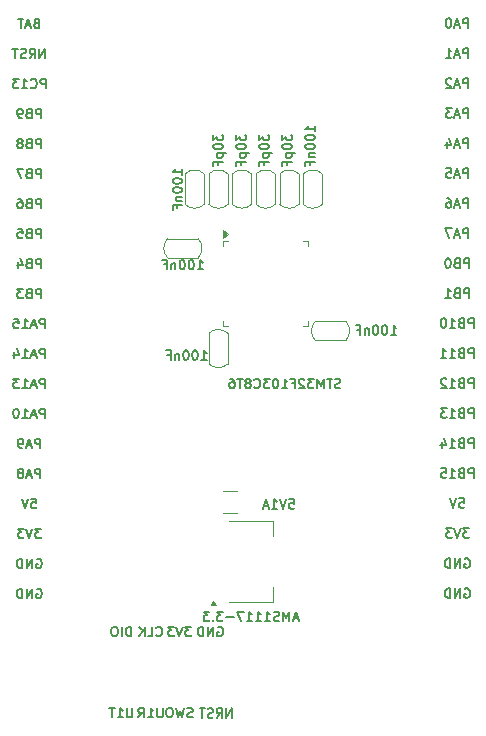
<source format=gbo>
%TF.GenerationSoftware,KiCad,Pcbnew,8.0.6*%
%TF.CreationDate,2024-11-06T22:38:32+08:00*%
%TF.ProjectId,lichuang-gekuo-star-stm32f103c8t6-development-board,6c696368-7561-46e6-972d-67656b756f2d,rev?*%
%TF.SameCoordinates,Original*%
%TF.FileFunction,Legend,Bot*%
%TF.FilePolarity,Positive*%
%FSLAX46Y46*%
G04 Gerber Fmt 4.6, Leading zero omitted, Abs format (unit mm)*
G04 Created by KiCad (PCBNEW 8.0.6) date 2024-11-06 22:38:32*
%MOMM*%
%LPD*%
G01*
G04 APERTURE LIST*
%ADD10C,0.150000*%
%ADD11C,0.120000*%
G04 APERTURE END LIST*
D10*
X80990476Y-120742295D02*
X80495238Y-120742295D01*
X80495238Y-120742295D02*
X80761904Y-121047057D01*
X80761904Y-121047057D02*
X80647619Y-121047057D01*
X80647619Y-121047057D02*
X80571428Y-121085152D01*
X80571428Y-121085152D02*
X80533333Y-121123247D01*
X80533333Y-121123247D02*
X80495238Y-121199438D01*
X80495238Y-121199438D02*
X80495238Y-121389914D01*
X80495238Y-121389914D02*
X80533333Y-121466104D01*
X80533333Y-121466104D02*
X80571428Y-121504200D01*
X80571428Y-121504200D02*
X80647619Y-121542295D01*
X80647619Y-121542295D02*
X80876190Y-121542295D01*
X80876190Y-121542295D02*
X80952381Y-121504200D01*
X80952381Y-121504200D02*
X80990476Y-121466104D01*
X80266666Y-120742295D02*
X79999999Y-121542295D01*
X79999999Y-121542295D02*
X79733333Y-120742295D01*
X79542857Y-120742295D02*
X79047619Y-120742295D01*
X79047619Y-120742295D02*
X79314285Y-121047057D01*
X79314285Y-121047057D02*
X79200000Y-121047057D01*
X79200000Y-121047057D02*
X79123809Y-121085152D01*
X79123809Y-121085152D02*
X79085714Y-121123247D01*
X79085714Y-121123247D02*
X79047619Y-121199438D01*
X79047619Y-121199438D02*
X79047619Y-121389914D01*
X79047619Y-121389914D02*
X79085714Y-121466104D01*
X79085714Y-121466104D02*
X79123809Y-121504200D01*
X79123809Y-121504200D02*
X79200000Y-121542295D01*
X79200000Y-121542295D02*
X79428571Y-121542295D01*
X79428571Y-121542295D02*
X79504762Y-121504200D01*
X79504762Y-121504200D02*
X79542857Y-121466104D01*
X95945237Y-129110390D02*
X96021427Y-129072295D01*
X96021427Y-129072295D02*
X96135713Y-129072295D01*
X96135713Y-129072295D02*
X96249999Y-129110390D01*
X96249999Y-129110390D02*
X96326189Y-129186580D01*
X96326189Y-129186580D02*
X96364284Y-129262771D01*
X96364284Y-129262771D02*
X96402380Y-129415152D01*
X96402380Y-129415152D02*
X96402380Y-129529438D01*
X96402380Y-129529438D02*
X96364284Y-129681819D01*
X96364284Y-129681819D02*
X96326189Y-129758009D01*
X96326189Y-129758009D02*
X96249999Y-129834200D01*
X96249999Y-129834200D02*
X96135713Y-129872295D01*
X96135713Y-129872295D02*
X96059522Y-129872295D01*
X96059522Y-129872295D02*
X95945237Y-129834200D01*
X95945237Y-129834200D02*
X95907141Y-129796104D01*
X95907141Y-129796104D02*
X95907141Y-129529438D01*
X95907141Y-129529438D02*
X96059522Y-129529438D01*
X95564284Y-129872295D02*
X95564284Y-129072295D01*
X95564284Y-129072295D02*
X95107141Y-129872295D01*
X95107141Y-129872295D02*
X95107141Y-129072295D01*
X94726189Y-129872295D02*
X94726189Y-129072295D01*
X94726189Y-129072295D02*
X94535713Y-129072295D01*
X94535713Y-129072295D02*
X94421427Y-129110390D01*
X94421427Y-129110390D02*
X94345237Y-129186580D01*
X94345237Y-129186580D02*
X94307142Y-129262771D01*
X94307142Y-129262771D02*
X94269046Y-129415152D01*
X94269046Y-129415152D02*
X94269046Y-129529438D01*
X94269046Y-129529438D02*
X94307142Y-129681819D01*
X94307142Y-129681819D02*
X94345237Y-129758009D01*
X94345237Y-129758009D02*
X94421427Y-129834200D01*
X94421427Y-129834200D02*
X94535713Y-129872295D01*
X94535713Y-129872295D02*
X94726189Y-129872295D01*
X117611428Y-111372295D02*
X117611428Y-110572295D01*
X117611428Y-110572295D02*
X117306666Y-110572295D01*
X117306666Y-110572295D02*
X117230476Y-110610390D01*
X117230476Y-110610390D02*
X117192381Y-110648485D01*
X117192381Y-110648485D02*
X117154285Y-110724676D01*
X117154285Y-110724676D02*
X117154285Y-110838961D01*
X117154285Y-110838961D02*
X117192381Y-110915152D01*
X117192381Y-110915152D02*
X117230476Y-110953247D01*
X117230476Y-110953247D02*
X117306666Y-110991342D01*
X117306666Y-110991342D02*
X117611428Y-110991342D01*
X116544762Y-110953247D02*
X116430476Y-110991342D01*
X116430476Y-110991342D02*
X116392381Y-111029438D01*
X116392381Y-111029438D02*
X116354285Y-111105628D01*
X116354285Y-111105628D02*
X116354285Y-111219914D01*
X116354285Y-111219914D02*
X116392381Y-111296104D01*
X116392381Y-111296104D02*
X116430476Y-111334200D01*
X116430476Y-111334200D02*
X116506666Y-111372295D01*
X116506666Y-111372295D02*
X116811428Y-111372295D01*
X116811428Y-111372295D02*
X116811428Y-110572295D01*
X116811428Y-110572295D02*
X116544762Y-110572295D01*
X116544762Y-110572295D02*
X116468571Y-110610390D01*
X116468571Y-110610390D02*
X116430476Y-110648485D01*
X116430476Y-110648485D02*
X116392381Y-110724676D01*
X116392381Y-110724676D02*
X116392381Y-110800866D01*
X116392381Y-110800866D02*
X116430476Y-110877057D01*
X116430476Y-110877057D02*
X116468571Y-110915152D01*
X116468571Y-110915152D02*
X116544762Y-110953247D01*
X116544762Y-110953247D02*
X116811428Y-110953247D01*
X115592381Y-111372295D02*
X116049524Y-111372295D01*
X115820952Y-111372295D02*
X115820952Y-110572295D01*
X115820952Y-110572295D02*
X115897143Y-110686580D01*
X115897143Y-110686580D02*
X115973333Y-110762771D01*
X115973333Y-110762771D02*
X116049524Y-110800866D01*
X115325714Y-110572295D02*
X114830476Y-110572295D01*
X114830476Y-110572295D02*
X115097142Y-110877057D01*
X115097142Y-110877057D02*
X114982857Y-110877057D01*
X114982857Y-110877057D02*
X114906666Y-110915152D01*
X114906666Y-110915152D02*
X114868571Y-110953247D01*
X114868571Y-110953247D02*
X114830476Y-111029438D01*
X114830476Y-111029438D02*
X114830476Y-111219914D01*
X114830476Y-111219914D02*
X114868571Y-111296104D01*
X114868571Y-111296104D02*
X114906666Y-111334200D01*
X114906666Y-111334200D02*
X114982857Y-111372295D01*
X114982857Y-111372295D02*
X115211428Y-111372295D01*
X115211428Y-111372295D02*
X115287619Y-111334200D01*
X115287619Y-111334200D02*
X115325714Y-111296104D01*
X80933332Y-116462295D02*
X80933332Y-115662295D01*
X80933332Y-115662295D02*
X80628570Y-115662295D01*
X80628570Y-115662295D02*
X80552380Y-115700390D01*
X80552380Y-115700390D02*
X80514285Y-115738485D01*
X80514285Y-115738485D02*
X80476189Y-115814676D01*
X80476189Y-115814676D02*
X80476189Y-115928961D01*
X80476189Y-115928961D02*
X80514285Y-116005152D01*
X80514285Y-116005152D02*
X80552380Y-116043247D01*
X80552380Y-116043247D02*
X80628570Y-116081342D01*
X80628570Y-116081342D02*
X80933332Y-116081342D01*
X80171428Y-116233723D02*
X79790475Y-116233723D01*
X80247618Y-116462295D02*
X79980951Y-115662295D01*
X79980951Y-115662295D02*
X79714285Y-116462295D01*
X79333333Y-116005152D02*
X79409523Y-115967057D01*
X79409523Y-115967057D02*
X79447618Y-115928961D01*
X79447618Y-115928961D02*
X79485714Y-115852771D01*
X79485714Y-115852771D02*
X79485714Y-115814676D01*
X79485714Y-115814676D02*
X79447618Y-115738485D01*
X79447618Y-115738485D02*
X79409523Y-115700390D01*
X79409523Y-115700390D02*
X79333333Y-115662295D01*
X79333333Y-115662295D02*
X79180952Y-115662295D01*
X79180952Y-115662295D02*
X79104761Y-115700390D01*
X79104761Y-115700390D02*
X79066666Y-115738485D01*
X79066666Y-115738485D02*
X79028571Y-115814676D01*
X79028571Y-115814676D02*
X79028571Y-115852771D01*
X79028571Y-115852771D02*
X79066666Y-115928961D01*
X79066666Y-115928961D02*
X79104761Y-115967057D01*
X79104761Y-115967057D02*
X79180952Y-116005152D01*
X79180952Y-116005152D02*
X79333333Y-116005152D01*
X79333333Y-116005152D02*
X79409523Y-116043247D01*
X79409523Y-116043247D02*
X79447618Y-116081342D01*
X79447618Y-116081342D02*
X79485714Y-116157533D01*
X79485714Y-116157533D02*
X79485714Y-116309914D01*
X79485714Y-116309914D02*
X79447618Y-116386104D01*
X79447618Y-116386104D02*
X79409523Y-116424200D01*
X79409523Y-116424200D02*
X79333333Y-116462295D01*
X79333333Y-116462295D02*
X79180952Y-116462295D01*
X79180952Y-116462295D02*
X79104761Y-116424200D01*
X79104761Y-116424200D02*
X79066666Y-116386104D01*
X79066666Y-116386104D02*
X79028571Y-116309914D01*
X79028571Y-116309914D02*
X79028571Y-116157533D01*
X79028571Y-116157533D02*
X79066666Y-116081342D01*
X79066666Y-116081342D02*
X79104761Y-116043247D01*
X79104761Y-116043247D02*
X79180952Y-116005152D01*
X80609523Y-123320390D02*
X80685713Y-123282295D01*
X80685713Y-123282295D02*
X80799999Y-123282295D01*
X80799999Y-123282295D02*
X80914285Y-123320390D01*
X80914285Y-123320390D02*
X80990475Y-123396580D01*
X80990475Y-123396580D02*
X81028570Y-123472771D01*
X81028570Y-123472771D02*
X81066666Y-123625152D01*
X81066666Y-123625152D02*
X81066666Y-123739438D01*
X81066666Y-123739438D02*
X81028570Y-123891819D01*
X81028570Y-123891819D02*
X80990475Y-123968009D01*
X80990475Y-123968009D02*
X80914285Y-124044200D01*
X80914285Y-124044200D02*
X80799999Y-124082295D01*
X80799999Y-124082295D02*
X80723808Y-124082295D01*
X80723808Y-124082295D02*
X80609523Y-124044200D01*
X80609523Y-124044200D02*
X80571427Y-124006104D01*
X80571427Y-124006104D02*
X80571427Y-123739438D01*
X80571427Y-123739438D02*
X80723808Y-123739438D01*
X80228570Y-124082295D02*
X80228570Y-123282295D01*
X80228570Y-123282295D02*
X79771427Y-124082295D01*
X79771427Y-124082295D02*
X79771427Y-123282295D01*
X79390475Y-124082295D02*
X79390475Y-123282295D01*
X79390475Y-123282295D02*
X79199999Y-123282295D01*
X79199999Y-123282295D02*
X79085713Y-123320390D01*
X79085713Y-123320390D02*
X79009523Y-123396580D01*
X79009523Y-123396580D02*
X78971428Y-123472771D01*
X78971428Y-123472771D02*
X78933332Y-123625152D01*
X78933332Y-123625152D02*
X78933332Y-123739438D01*
X78933332Y-123739438D02*
X78971428Y-123891819D01*
X78971428Y-123891819D02*
X79009523Y-123968009D01*
X79009523Y-123968009D02*
X79085713Y-124044200D01*
X79085713Y-124044200D02*
X79199999Y-124082295D01*
X79199999Y-124082295D02*
X79390475Y-124082295D01*
X80990475Y-91062295D02*
X80990475Y-90262295D01*
X80990475Y-90262295D02*
X80685713Y-90262295D01*
X80685713Y-90262295D02*
X80609523Y-90300390D01*
X80609523Y-90300390D02*
X80571428Y-90338485D01*
X80571428Y-90338485D02*
X80533332Y-90414676D01*
X80533332Y-90414676D02*
X80533332Y-90528961D01*
X80533332Y-90528961D02*
X80571428Y-90605152D01*
X80571428Y-90605152D02*
X80609523Y-90643247D01*
X80609523Y-90643247D02*
X80685713Y-90681342D01*
X80685713Y-90681342D02*
X80990475Y-90681342D01*
X79923809Y-90643247D02*
X79809523Y-90681342D01*
X79809523Y-90681342D02*
X79771428Y-90719438D01*
X79771428Y-90719438D02*
X79733332Y-90795628D01*
X79733332Y-90795628D02*
X79733332Y-90909914D01*
X79733332Y-90909914D02*
X79771428Y-90986104D01*
X79771428Y-90986104D02*
X79809523Y-91024200D01*
X79809523Y-91024200D02*
X79885713Y-91062295D01*
X79885713Y-91062295D02*
X80190475Y-91062295D01*
X80190475Y-91062295D02*
X80190475Y-90262295D01*
X80190475Y-90262295D02*
X79923809Y-90262295D01*
X79923809Y-90262295D02*
X79847618Y-90300390D01*
X79847618Y-90300390D02*
X79809523Y-90338485D01*
X79809523Y-90338485D02*
X79771428Y-90414676D01*
X79771428Y-90414676D02*
X79771428Y-90490866D01*
X79771428Y-90490866D02*
X79809523Y-90567057D01*
X79809523Y-90567057D02*
X79847618Y-90605152D01*
X79847618Y-90605152D02*
X79923809Y-90643247D01*
X79923809Y-90643247D02*
X80190475Y-90643247D01*
X79466666Y-90262295D02*
X78933332Y-90262295D01*
X78933332Y-90262295D02*
X79276190Y-91062295D01*
X116849523Y-123310390D02*
X116925713Y-123272295D01*
X116925713Y-123272295D02*
X117039999Y-123272295D01*
X117039999Y-123272295D02*
X117154285Y-123310390D01*
X117154285Y-123310390D02*
X117230475Y-123386580D01*
X117230475Y-123386580D02*
X117268570Y-123462771D01*
X117268570Y-123462771D02*
X117306666Y-123615152D01*
X117306666Y-123615152D02*
X117306666Y-123729438D01*
X117306666Y-123729438D02*
X117268570Y-123881819D01*
X117268570Y-123881819D02*
X117230475Y-123958009D01*
X117230475Y-123958009D02*
X117154285Y-124034200D01*
X117154285Y-124034200D02*
X117039999Y-124072295D01*
X117039999Y-124072295D02*
X116963808Y-124072295D01*
X116963808Y-124072295D02*
X116849523Y-124034200D01*
X116849523Y-124034200D02*
X116811427Y-123996104D01*
X116811427Y-123996104D02*
X116811427Y-123729438D01*
X116811427Y-123729438D02*
X116963808Y-123729438D01*
X116468570Y-124072295D02*
X116468570Y-123272295D01*
X116468570Y-123272295D02*
X116011427Y-124072295D01*
X116011427Y-124072295D02*
X116011427Y-123272295D01*
X115630475Y-124072295D02*
X115630475Y-123272295D01*
X115630475Y-123272295D02*
X115439999Y-123272295D01*
X115439999Y-123272295D02*
X115325713Y-123310390D01*
X115325713Y-123310390D02*
X115249523Y-123386580D01*
X115249523Y-123386580D02*
X115211428Y-123462771D01*
X115211428Y-123462771D02*
X115173332Y-123615152D01*
X115173332Y-123615152D02*
X115173332Y-123729438D01*
X115173332Y-123729438D02*
X115211428Y-123881819D01*
X115211428Y-123881819D02*
X115249523Y-123958009D01*
X115249523Y-123958009D02*
X115325713Y-124034200D01*
X115325713Y-124034200D02*
X115439999Y-124072295D01*
X115439999Y-124072295D02*
X115630475Y-124072295D01*
X80990475Y-98682295D02*
X80990475Y-97882295D01*
X80990475Y-97882295D02*
X80685713Y-97882295D01*
X80685713Y-97882295D02*
X80609523Y-97920390D01*
X80609523Y-97920390D02*
X80571428Y-97958485D01*
X80571428Y-97958485D02*
X80533332Y-98034676D01*
X80533332Y-98034676D02*
X80533332Y-98148961D01*
X80533332Y-98148961D02*
X80571428Y-98225152D01*
X80571428Y-98225152D02*
X80609523Y-98263247D01*
X80609523Y-98263247D02*
X80685713Y-98301342D01*
X80685713Y-98301342D02*
X80990475Y-98301342D01*
X79923809Y-98263247D02*
X79809523Y-98301342D01*
X79809523Y-98301342D02*
X79771428Y-98339438D01*
X79771428Y-98339438D02*
X79733332Y-98415628D01*
X79733332Y-98415628D02*
X79733332Y-98529914D01*
X79733332Y-98529914D02*
X79771428Y-98606104D01*
X79771428Y-98606104D02*
X79809523Y-98644200D01*
X79809523Y-98644200D02*
X79885713Y-98682295D01*
X79885713Y-98682295D02*
X80190475Y-98682295D01*
X80190475Y-98682295D02*
X80190475Y-97882295D01*
X80190475Y-97882295D02*
X79923809Y-97882295D01*
X79923809Y-97882295D02*
X79847618Y-97920390D01*
X79847618Y-97920390D02*
X79809523Y-97958485D01*
X79809523Y-97958485D02*
X79771428Y-98034676D01*
X79771428Y-98034676D02*
X79771428Y-98110866D01*
X79771428Y-98110866D02*
X79809523Y-98187057D01*
X79809523Y-98187057D02*
X79847618Y-98225152D01*
X79847618Y-98225152D02*
X79923809Y-98263247D01*
X79923809Y-98263247D02*
X80190475Y-98263247D01*
X79047618Y-98148961D02*
X79047618Y-98682295D01*
X79238094Y-97844200D02*
X79428571Y-98415628D01*
X79428571Y-98415628D02*
X78933332Y-98415628D01*
X117611428Y-106292295D02*
X117611428Y-105492295D01*
X117611428Y-105492295D02*
X117306666Y-105492295D01*
X117306666Y-105492295D02*
X117230476Y-105530390D01*
X117230476Y-105530390D02*
X117192381Y-105568485D01*
X117192381Y-105568485D02*
X117154285Y-105644676D01*
X117154285Y-105644676D02*
X117154285Y-105758961D01*
X117154285Y-105758961D02*
X117192381Y-105835152D01*
X117192381Y-105835152D02*
X117230476Y-105873247D01*
X117230476Y-105873247D02*
X117306666Y-105911342D01*
X117306666Y-105911342D02*
X117611428Y-105911342D01*
X116544762Y-105873247D02*
X116430476Y-105911342D01*
X116430476Y-105911342D02*
X116392381Y-105949438D01*
X116392381Y-105949438D02*
X116354285Y-106025628D01*
X116354285Y-106025628D02*
X116354285Y-106139914D01*
X116354285Y-106139914D02*
X116392381Y-106216104D01*
X116392381Y-106216104D02*
X116430476Y-106254200D01*
X116430476Y-106254200D02*
X116506666Y-106292295D01*
X116506666Y-106292295D02*
X116811428Y-106292295D01*
X116811428Y-106292295D02*
X116811428Y-105492295D01*
X116811428Y-105492295D02*
X116544762Y-105492295D01*
X116544762Y-105492295D02*
X116468571Y-105530390D01*
X116468571Y-105530390D02*
X116430476Y-105568485D01*
X116430476Y-105568485D02*
X116392381Y-105644676D01*
X116392381Y-105644676D02*
X116392381Y-105720866D01*
X116392381Y-105720866D02*
X116430476Y-105797057D01*
X116430476Y-105797057D02*
X116468571Y-105835152D01*
X116468571Y-105835152D02*
X116544762Y-105873247D01*
X116544762Y-105873247D02*
X116811428Y-105873247D01*
X115592381Y-106292295D02*
X116049524Y-106292295D01*
X115820952Y-106292295D02*
X115820952Y-105492295D01*
X115820952Y-105492295D02*
X115897143Y-105606580D01*
X115897143Y-105606580D02*
X115973333Y-105682771D01*
X115973333Y-105682771D02*
X116049524Y-105720866D01*
X114830476Y-106292295D02*
X115287619Y-106292295D01*
X115059047Y-106292295D02*
X115059047Y-105492295D01*
X115059047Y-105492295D02*
X115135238Y-105606580D01*
X115135238Y-105606580D02*
X115211428Y-105682771D01*
X115211428Y-105682771D02*
X115287619Y-105720866D01*
X117611428Y-108832295D02*
X117611428Y-108032295D01*
X117611428Y-108032295D02*
X117306666Y-108032295D01*
X117306666Y-108032295D02*
X117230476Y-108070390D01*
X117230476Y-108070390D02*
X117192381Y-108108485D01*
X117192381Y-108108485D02*
X117154285Y-108184676D01*
X117154285Y-108184676D02*
X117154285Y-108298961D01*
X117154285Y-108298961D02*
X117192381Y-108375152D01*
X117192381Y-108375152D02*
X117230476Y-108413247D01*
X117230476Y-108413247D02*
X117306666Y-108451342D01*
X117306666Y-108451342D02*
X117611428Y-108451342D01*
X116544762Y-108413247D02*
X116430476Y-108451342D01*
X116430476Y-108451342D02*
X116392381Y-108489438D01*
X116392381Y-108489438D02*
X116354285Y-108565628D01*
X116354285Y-108565628D02*
X116354285Y-108679914D01*
X116354285Y-108679914D02*
X116392381Y-108756104D01*
X116392381Y-108756104D02*
X116430476Y-108794200D01*
X116430476Y-108794200D02*
X116506666Y-108832295D01*
X116506666Y-108832295D02*
X116811428Y-108832295D01*
X116811428Y-108832295D02*
X116811428Y-108032295D01*
X116811428Y-108032295D02*
X116544762Y-108032295D01*
X116544762Y-108032295D02*
X116468571Y-108070390D01*
X116468571Y-108070390D02*
X116430476Y-108108485D01*
X116430476Y-108108485D02*
X116392381Y-108184676D01*
X116392381Y-108184676D02*
X116392381Y-108260866D01*
X116392381Y-108260866D02*
X116430476Y-108337057D01*
X116430476Y-108337057D02*
X116468571Y-108375152D01*
X116468571Y-108375152D02*
X116544762Y-108413247D01*
X116544762Y-108413247D02*
X116811428Y-108413247D01*
X115592381Y-108832295D02*
X116049524Y-108832295D01*
X115820952Y-108832295D02*
X115820952Y-108032295D01*
X115820952Y-108032295D02*
X115897143Y-108146580D01*
X115897143Y-108146580D02*
X115973333Y-108222771D01*
X115973333Y-108222771D02*
X116049524Y-108260866D01*
X115287619Y-108108485D02*
X115249523Y-108070390D01*
X115249523Y-108070390D02*
X115173333Y-108032295D01*
X115173333Y-108032295D02*
X114982857Y-108032295D01*
X114982857Y-108032295D02*
X114906666Y-108070390D01*
X114906666Y-108070390D02*
X114868571Y-108108485D01*
X114868571Y-108108485D02*
X114830476Y-108184676D01*
X114830476Y-108184676D02*
X114830476Y-108260866D01*
X114830476Y-108260866D02*
X114868571Y-108375152D01*
X114868571Y-108375152D02*
X115325714Y-108832295D01*
X115325714Y-108832295D02*
X114830476Y-108832295D01*
X91289523Y-135932295D02*
X91289523Y-136579914D01*
X91289523Y-136579914D02*
X91251428Y-136656104D01*
X91251428Y-136656104D02*
X91213333Y-136694200D01*
X91213333Y-136694200D02*
X91137142Y-136732295D01*
X91137142Y-136732295D02*
X90984761Y-136732295D01*
X90984761Y-136732295D02*
X90908571Y-136694200D01*
X90908571Y-136694200D02*
X90870476Y-136656104D01*
X90870476Y-136656104D02*
X90832380Y-136579914D01*
X90832380Y-136579914D02*
X90832380Y-135932295D01*
X90032381Y-136732295D02*
X90489524Y-136732295D01*
X90260952Y-136732295D02*
X90260952Y-135932295D01*
X90260952Y-135932295D02*
X90337143Y-136046580D01*
X90337143Y-136046580D02*
X90413333Y-136122771D01*
X90413333Y-136122771D02*
X90489524Y-136160866D01*
X89232380Y-136732295D02*
X89499047Y-136351342D01*
X89689523Y-136732295D02*
X89689523Y-135932295D01*
X89689523Y-135932295D02*
X89384761Y-135932295D01*
X89384761Y-135932295D02*
X89308571Y-135970390D01*
X89308571Y-135970390D02*
X89270476Y-136008485D01*
X89270476Y-136008485D02*
X89232380Y-136084676D01*
X89232380Y-136084676D02*
X89232380Y-136198961D01*
X89232380Y-136198961D02*
X89270476Y-136275152D01*
X89270476Y-136275152D02*
X89308571Y-136313247D01*
X89308571Y-136313247D02*
X89384761Y-136351342D01*
X89384761Y-136351342D02*
X89689523Y-136351342D01*
X80990475Y-96142295D02*
X80990475Y-95342295D01*
X80990475Y-95342295D02*
X80685713Y-95342295D01*
X80685713Y-95342295D02*
X80609523Y-95380390D01*
X80609523Y-95380390D02*
X80571428Y-95418485D01*
X80571428Y-95418485D02*
X80533332Y-95494676D01*
X80533332Y-95494676D02*
X80533332Y-95608961D01*
X80533332Y-95608961D02*
X80571428Y-95685152D01*
X80571428Y-95685152D02*
X80609523Y-95723247D01*
X80609523Y-95723247D02*
X80685713Y-95761342D01*
X80685713Y-95761342D02*
X80990475Y-95761342D01*
X79923809Y-95723247D02*
X79809523Y-95761342D01*
X79809523Y-95761342D02*
X79771428Y-95799438D01*
X79771428Y-95799438D02*
X79733332Y-95875628D01*
X79733332Y-95875628D02*
X79733332Y-95989914D01*
X79733332Y-95989914D02*
X79771428Y-96066104D01*
X79771428Y-96066104D02*
X79809523Y-96104200D01*
X79809523Y-96104200D02*
X79885713Y-96142295D01*
X79885713Y-96142295D02*
X80190475Y-96142295D01*
X80190475Y-96142295D02*
X80190475Y-95342295D01*
X80190475Y-95342295D02*
X79923809Y-95342295D01*
X79923809Y-95342295D02*
X79847618Y-95380390D01*
X79847618Y-95380390D02*
X79809523Y-95418485D01*
X79809523Y-95418485D02*
X79771428Y-95494676D01*
X79771428Y-95494676D02*
X79771428Y-95570866D01*
X79771428Y-95570866D02*
X79809523Y-95647057D01*
X79809523Y-95647057D02*
X79847618Y-95685152D01*
X79847618Y-95685152D02*
X79923809Y-95723247D01*
X79923809Y-95723247D02*
X80190475Y-95723247D01*
X79009523Y-95342295D02*
X79390475Y-95342295D01*
X79390475Y-95342295D02*
X79428571Y-95723247D01*
X79428571Y-95723247D02*
X79390475Y-95685152D01*
X79390475Y-95685152D02*
X79314285Y-95647057D01*
X79314285Y-95647057D02*
X79123809Y-95647057D01*
X79123809Y-95647057D02*
X79047618Y-95685152D01*
X79047618Y-95685152D02*
X79009523Y-95723247D01*
X79009523Y-95723247D02*
X78971428Y-95799438D01*
X78971428Y-95799438D02*
X78971428Y-95989914D01*
X78971428Y-95989914D02*
X79009523Y-96066104D01*
X79009523Y-96066104D02*
X79047618Y-96104200D01*
X79047618Y-96104200D02*
X79123809Y-96142295D01*
X79123809Y-96142295D02*
X79314285Y-96142295D01*
X79314285Y-96142295D02*
X79390475Y-96104200D01*
X79390475Y-96104200D02*
X79428571Y-96066104D01*
X117173332Y-83432295D02*
X117173332Y-82632295D01*
X117173332Y-82632295D02*
X116868570Y-82632295D01*
X116868570Y-82632295D02*
X116792380Y-82670390D01*
X116792380Y-82670390D02*
X116754285Y-82708485D01*
X116754285Y-82708485D02*
X116716189Y-82784676D01*
X116716189Y-82784676D02*
X116716189Y-82898961D01*
X116716189Y-82898961D02*
X116754285Y-82975152D01*
X116754285Y-82975152D02*
X116792380Y-83013247D01*
X116792380Y-83013247D02*
X116868570Y-83051342D01*
X116868570Y-83051342D02*
X117173332Y-83051342D01*
X116411428Y-83203723D02*
X116030475Y-83203723D01*
X116487618Y-83432295D02*
X116220951Y-82632295D01*
X116220951Y-82632295D02*
X115954285Y-83432295D01*
X115725714Y-82708485D02*
X115687618Y-82670390D01*
X115687618Y-82670390D02*
X115611428Y-82632295D01*
X115611428Y-82632295D02*
X115420952Y-82632295D01*
X115420952Y-82632295D02*
X115344761Y-82670390D01*
X115344761Y-82670390D02*
X115306666Y-82708485D01*
X115306666Y-82708485D02*
X115268571Y-82784676D01*
X115268571Y-82784676D02*
X115268571Y-82860866D01*
X115268571Y-82860866D02*
X115306666Y-82975152D01*
X115306666Y-82975152D02*
X115763809Y-83432295D01*
X115763809Y-83432295D02*
X115268571Y-83432295D01*
X117611428Y-113912295D02*
X117611428Y-113112295D01*
X117611428Y-113112295D02*
X117306666Y-113112295D01*
X117306666Y-113112295D02*
X117230476Y-113150390D01*
X117230476Y-113150390D02*
X117192381Y-113188485D01*
X117192381Y-113188485D02*
X117154285Y-113264676D01*
X117154285Y-113264676D02*
X117154285Y-113378961D01*
X117154285Y-113378961D02*
X117192381Y-113455152D01*
X117192381Y-113455152D02*
X117230476Y-113493247D01*
X117230476Y-113493247D02*
X117306666Y-113531342D01*
X117306666Y-113531342D02*
X117611428Y-113531342D01*
X116544762Y-113493247D02*
X116430476Y-113531342D01*
X116430476Y-113531342D02*
X116392381Y-113569438D01*
X116392381Y-113569438D02*
X116354285Y-113645628D01*
X116354285Y-113645628D02*
X116354285Y-113759914D01*
X116354285Y-113759914D02*
X116392381Y-113836104D01*
X116392381Y-113836104D02*
X116430476Y-113874200D01*
X116430476Y-113874200D02*
X116506666Y-113912295D01*
X116506666Y-113912295D02*
X116811428Y-113912295D01*
X116811428Y-113912295D02*
X116811428Y-113112295D01*
X116811428Y-113112295D02*
X116544762Y-113112295D01*
X116544762Y-113112295D02*
X116468571Y-113150390D01*
X116468571Y-113150390D02*
X116430476Y-113188485D01*
X116430476Y-113188485D02*
X116392381Y-113264676D01*
X116392381Y-113264676D02*
X116392381Y-113340866D01*
X116392381Y-113340866D02*
X116430476Y-113417057D01*
X116430476Y-113417057D02*
X116468571Y-113455152D01*
X116468571Y-113455152D02*
X116544762Y-113493247D01*
X116544762Y-113493247D02*
X116811428Y-113493247D01*
X115592381Y-113912295D02*
X116049524Y-113912295D01*
X115820952Y-113912295D02*
X115820952Y-113112295D01*
X115820952Y-113112295D02*
X115897143Y-113226580D01*
X115897143Y-113226580D02*
X115973333Y-113302771D01*
X115973333Y-113302771D02*
X116049524Y-113340866D01*
X114906666Y-113378961D02*
X114906666Y-113912295D01*
X115097142Y-113074200D02*
X115287619Y-113645628D01*
X115287619Y-113645628D02*
X114792380Y-113645628D01*
X80590476Y-77943247D02*
X80476190Y-77981342D01*
X80476190Y-77981342D02*
X80438095Y-78019438D01*
X80438095Y-78019438D02*
X80399999Y-78095628D01*
X80399999Y-78095628D02*
X80399999Y-78209914D01*
X80399999Y-78209914D02*
X80438095Y-78286104D01*
X80438095Y-78286104D02*
X80476190Y-78324200D01*
X80476190Y-78324200D02*
X80552380Y-78362295D01*
X80552380Y-78362295D02*
X80857142Y-78362295D01*
X80857142Y-78362295D02*
X80857142Y-77562295D01*
X80857142Y-77562295D02*
X80590476Y-77562295D01*
X80590476Y-77562295D02*
X80514285Y-77600390D01*
X80514285Y-77600390D02*
X80476190Y-77638485D01*
X80476190Y-77638485D02*
X80438095Y-77714676D01*
X80438095Y-77714676D02*
X80438095Y-77790866D01*
X80438095Y-77790866D02*
X80476190Y-77867057D01*
X80476190Y-77867057D02*
X80514285Y-77905152D01*
X80514285Y-77905152D02*
X80590476Y-77943247D01*
X80590476Y-77943247D02*
X80857142Y-77943247D01*
X80095238Y-78133723D02*
X79714285Y-78133723D01*
X80171428Y-78362295D02*
X79904761Y-77562295D01*
X79904761Y-77562295D02*
X79638095Y-78362295D01*
X79485714Y-77562295D02*
X79028571Y-77562295D01*
X79257143Y-78362295D02*
X79257143Y-77562295D01*
X117173332Y-78352295D02*
X117173332Y-77552295D01*
X117173332Y-77552295D02*
X116868570Y-77552295D01*
X116868570Y-77552295D02*
X116792380Y-77590390D01*
X116792380Y-77590390D02*
X116754285Y-77628485D01*
X116754285Y-77628485D02*
X116716189Y-77704676D01*
X116716189Y-77704676D02*
X116716189Y-77818961D01*
X116716189Y-77818961D02*
X116754285Y-77895152D01*
X116754285Y-77895152D02*
X116792380Y-77933247D01*
X116792380Y-77933247D02*
X116868570Y-77971342D01*
X116868570Y-77971342D02*
X117173332Y-77971342D01*
X116411428Y-78123723D02*
X116030475Y-78123723D01*
X116487618Y-78352295D02*
X116220951Y-77552295D01*
X116220951Y-77552295D02*
X115954285Y-78352295D01*
X115535237Y-77552295D02*
X115459047Y-77552295D01*
X115459047Y-77552295D02*
X115382856Y-77590390D01*
X115382856Y-77590390D02*
X115344761Y-77628485D01*
X115344761Y-77628485D02*
X115306666Y-77704676D01*
X115306666Y-77704676D02*
X115268571Y-77857057D01*
X115268571Y-77857057D02*
X115268571Y-78047533D01*
X115268571Y-78047533D02*
X115306666Y-78199914D01*
X115306666Y-78199914D02*
X115344761Y-78276104D01*
X115344761Y-78276104D02*
X115382856Y-78314200D01*
X115382856Y-78314200D02*
X115459047Y-78352295D01*
X115459047Y-78352295D02*
X115535237Y-78352295D01*
X115535237Y-78352295D02*
X115611428Y-78314200D01*
X115611428Y-78314200D02*
X115649523Y-78276104D01*
X115649523Y-78276104D02*
X115687618Y-78199914D01*
X115687618Y-78199914D02*
X115725714Y-78047533D01*
X115725714Y-78047533D02*
X115725714Y-77857057D01*
X115725714Y-77857057D02*
X115687618Y-77704676D01*
X115687618Y-77704676D02*
X115649523Y-77628485D01*
X115649523Y-77628485D02*
X115611428Y-77590390D01*
X115611428Y-77590390D02*
X115535237Y-77552295D01*
X117230476Y-120732295D02*
X116735238Y-120732295D01*
X116735238Y-120732295D02*
X117001904Y-121037057D01*
X117001904Y-121037057D02*
X116887619Y-121037057D01*
X116887619Y-121037057D02*
X116811428Y-121075152D01*
X116811428Y-121075152D02*
X116773333Y-121113247D01*
X116773333Y-121113247D02*
X116735238Y-121189438D01*
X116735238Y-121189438D02*
X116735238Y-121379914D01*
X116735238Y-121379914D02*
X116773333Y-121456104D01*
X116773333Y-121456104D02*
X116811428Y-121494200D01*
X116811428Y-121494200D02*
X116887619Y-121532295D01*
X116887619Y-121532295D02*
X117116190Y-121532295D01*
X117116190Y-121532295D02*
X117192381Y-121494200D01*
X117192381Y-121494200D02*
X117230476Y-121456104D01*
X116506666Y-120732295D02*
X116239999Y-121532295D01*
X116239999Y-121532295D02*
X115973333Y-120732295D01*
X115782857Y-120732295D02*
X115287619Y-120732295D01*
X115287619Y-120732295D02*
X115554285Y-121037057D01*
X115554285Y-121037057D02*
X115440000Y-121037057D01*
X115440000Y-121037057D02*
X115363809Y-121075152D01*
X115363809Y-121075152D02*
X115325714Y-121113247D01*
X115325714Y-121113247D02*
X115287619Y-121189438D01*
X115287619Y-121189438D02*
X115287619Y-121379914D01*
X115287619Y-121379914D02*
X115325714Y-121456104D01*
X115325714Y-121456104D02*
X115363809Y-121494200D01*
X115363809Y-121494200D02*
X115440000Y-121532295D01*
X115440000Y-121532295D02*
X115668571Y-121532295D01*
X115668571Y-121532295D02*
X115744762Y-121494200D01*
X115744762Y-121494200D02*
X115782857Y-121456104D01*
X117173332Y-93592295D02*
X117173332Y-92792295D01*
X117173332Y-92792295D02*
X116868570Y-92792295D01*
X116868570Y-92792295D02*
X116792380Y-92830390D01*
X116792380Y-92830390D02*
X116754285Y-92868485D01*
X116754285Y-92868485D02*
X116716189Y-92944676D01*
X116716189Y-92944676D02*
X116716189Y-93058961D01*
X116716189Y-93058961D02*
X116754285Y-93135152D01*
X116754285Y-93135152D02*
X116792380Y-93173247D01*
X116792380Y-93173247D02*
X116868570Y-93211342D01*
X116868570Y-93211342D02*
X117173332Y-93211342D01*
X116411428Y-93363723D02*
X116030475Y-93363723D01*
X116487618Y-93592295D02*
X116220951Y-92792295D01*
X116220951Y-92792295D02*
X115954285Y-93592295D01*
X115344761Y-92792295D02*
X115497142Y-92792295D01*
X115497142Y-92792295D02*
X115573333Y-92830390D01*
X115573333Y-92830390D02*
X115611428Y-92868485D01*
X115611428Y-92868485D02*
X115687618Y-92982771D01*
X115687618Y-92982771D02*
X115725714Y-93135152D01*
X115725714Y-93135152D02*
X115725714Y-93439914D01*
X115725714Y-93439914D02*
X115687618Y-93516104D01*
X115687618Y-93516104D02*
X115649523Y-93554200D01*
X115649523Y-93554200D02*
X115573333Y-93592295D01*
X115573333Y-93592295D02*
X115420952Y-93592295D01*
X115420952Y-93592295D02*
X115344761Y-93554200D01*
X115344761Y-93554200D02*
X115306666Y-93516104D01*
X115306666Y-93516104D02*
X115268571Y-93439914D01*
X115268571Y-93439914D02*
X115268571Y-93249438D01*
X115268571Y-93249438D02*
X115306666Y-93173247D01*
X115306666Y-93173247D02*
X115344761Y-93135152D01*
X115344761Y-93135152D02*
X115420952Y-93097057D01*
X115420952Y-93097057D02*
X115573333Y-93097057D01*
X115573333Y-93097057D02*
X115649523Y-93135152D01*
X115649523Y-93135152D02*
X115687618Y-93173247D01*
X115687618Y-93173247D02*
X115725714Y-93249438D01*
X97149999Y-136742295D02*
X97149999Y-135942295D01*
X97149999Y-135942295D02*
X96692856Y-136742295D01*
X96692856Y-136742295D02*
X96692856Y-135942295D01*
X95854761Y-136742295D02*
X96121428Y-136361342D01*
X96311904Y-136742295D02*
X96311904Y-135942295D01*
X96311904Y-135942295D02*
X96007142Y-135942295D01*
X96007142Y-135942295D02*
X95930952Y-135980390D01*
X95930952Y-135980390D02*
X95892857Y-136018485D01*
X95892857Y-136018485D02*
X95854761Y-136094676D01*
X95854761Y-136094676D02*
X95854761Y-136208961D01*
X95854761Y-136208961D02*
X95892857Y-136285152D01*
X95892857Y-136285152D02*
X95930952Y-136323247D01*
X95930952Y-136323247D02*
X96007142Y-136361342D01*
X96007142Y-136361342D02*
X96311904Y-136361342D01*
X95550000Y-136704200D02*
X95435714Y-136742295D01*
X95435714Y-136742295D02*
X95245238Y-136742295D01*
X95245238Y-136742295D02*
X95169047Y-136704200D01*
X95169047Y-136704200D02*
X95130952Y-136666104D01*
X95130952Y-136666104D02*
X95092857Y-136589914D01*
X95092857Y-136589914D02*
X95092857Y-136513723D01*
X95092857Y-136513723D02*
X95130952Y-136437533D01*
X95130952Y-136437533D02*
X95169047Y-136399438D01*
X95169047Y-136399438D02*
X95245238Y-136361342D01*
X95245238Y-136361342D02*
X95397619Y-136323247D01*
X95397619Y-136323247D02*
X95473809Y-136285152D01*
X95473809Y-136285152D02*
X95511904Y-136247057D01*
X95511904Y-136247057D02*
X95550000Y-136170866D01*
X95550000Y-136170866D02*
X95550000Y-136094676D01*
X95550000Y-136094676D02*
X95511904Y-136018485D01*
X95511904Y-136018485D02*
X95473809Y-135980390D01*
X95473809Y-135980390D02*
X95397619Y-135942295D01*
X95397619Y-135942295D02*
X95207142Y-135942295D01*
X95207142Y-135942295D02*
X95092857Y-135980390D01*
X94864285Y-135942295D02*
X94407142Y-135942295D01*
X94635714Y-136742295D02*
X94635714Y-135942295D01*
X116849523Y-125850390D02*
X116925713Y-125812295D01*
X116925713Y-125812295D02*
X117039999Y-125812295D01*
X117039999Y-125812295D02*
X117154285Y-125850390D01*
X117154285Y-125850390D02*
X117230475Y-125926580D01*
X117230475Y-125926580D02*
X117268570Y-126002771D01*
X117268570Y-126002771D02*
X117306666Y-126155152D01*
X117306666Y-126155152D02*
X117306666Y-126269438D01*
X117306666Y-126269438D02*
X117268570Y-126421819D01*
X117268570Y-126421819D02*
X117230475Y-126498009D01*
X117230475Y-126498009D02*
X117154285Y-126574200D01*
X117154285Y-126574200D02*
X117039999Y-126612295D01*
X117039999Y-126612295D02*
X116963808Y-126612295D01*
X116963808Y-126612295D02*
X116849523Y-126574200D01*
X116849523Y-126574200D02*
X116811427Y-126536104D01*
X116811427Y-126536104D02*
X116811427Y-126269438D01*
X116811427Y-126269438D02*
X116963808Y-126269438D01*
X116468570Y-126612295D02*
X116468570Y-125812295D01*
X116468570Y-125812295D02*
X116011427Y-126612295D01*
X116011427Y-126612295D02*
X116011427Y-125812295D01*
X115630475Y-126612295D02*
X115630475Y-125812295D01*
X115630475Y-125812295D02*
X115439999Y-125812295D01*
X115439999Y-125812295D02*
X115325713Y-125850390D01*
X115325713Y-125850390D02*
X115249523Y-125926580D01*
X115249523Y-125926580D02*
X115211428Y-126002771D01*
X115211428Y-126002771D02*
X115173332Y-126155152D01*
X115173332Y-126155152D02*
X115173332Y-126269438D01*
X115173332Y-126269438D02*
X115211428Y-126421819D01*
X115211428Y-126421819D02*
X115249523Y-126498009D01*
X115249523Y-126498009D02*
X115325713Y-126574200D01*
X115325713Y-126574200D02*
X115439999Y-126612295D01*
X115439999Y-126612295D02*
X115630475Y-126612295D01*
X80990475Y-93602295D02*
X80990475Y-92802295D01*
X80990475Y-92802295D02*
X80685713Y-92802295D01*
X80685713Y-92802295D02*
X80609523Y-92840390D01*
X80609523Y-92840390D02*
X80571428Y-92878485D01*
X80571428Y-92878485D02*
X80533332Y-92954676D01*
X80533332Y-92954676D02*
X80533332Y-93068961D01*
X80533332Y-93068961D02*
X80571428Y-93145152D01*
X80571428Y-93145152D02*
X80609523Y-93183247D01*
X80609523Y-93183247D02*
X80685713Y-93221342D01*
X80685713Y-93221342D02*
X80990475Y-93221342D01*
X79923809Y-93183247D02*
X79809523Y-93221342D01*
X79809523Y-93221342D02*
X79771428Y-93259438D01*
X79771428Y-93259438D02*
X79733332Y-93335628D01*
X79733332Y-93335628D02*
X79733332Y-93449914D01*
X79733332Y-93449914D02*
X79771428Y-93526104D01*
X79771428Y-93526104D02*
X79809523Y-93564200D01*
X79809523Y-93564200D02*
X79885713Y-93602295D01*
X79885713Y-93602295D02*
X80190475Y-93602295D01*
X80190475Y-93602295D02*
X80190475Y-92802295D01*
X80190475Y-92802295D02*
X79923809Y-92802295D01*
X79923809Y-92802295D02*
X79847618Y-92840390D01*
X79847618Y-92840390D02*
X79809523Y-92878485D01*
X79809523Y-92878485D02*
X79771428Y-92954676D01*
X79771428Y-92954676D02*
X79771428Y-93030866D01*
X79771428Y-93030866D02*
X79809523Y-93107057D01*
X79809523Y-93107057D02*
X79847618Y-93145152D01*
X79847618Y-93145152D02*
X79923809Y-93183247D01*
X79923809Y-93183247D02*
X80190475Y-93183247D01*
X79047618Y-92802295D02*
X79199999Y-92802295D01*
X79199999Y-92802295D02*
X79276190Y-92840390D01*
X79276190Y-92840390D02*
X79314285Y-92878485D01*
X79314285Y-92878485D02*
X79390475Y-92992771D01*
X79390475Y-92992771D02*
X79428571Y-93145152D01*
X79428571Y-93145152D02*
X79428571Y-93449914D01*
X79428571Y-93449914D02*
X79390475Y-93526104D01*
X79390475Y-93526104D02*
X79352380Y-93564200D01*
X79352380Y-93564200D02*
X79276190Y-93602295D01*
X79276190Y-93602295D02*
X79123809Y-93602295D01*
X79123809Y-93602295D02*
X79047618Y-93564200D01*
X79047618Y-93564200D02*
X79009523Y-93526104D01*
X79009523Y-93526104D02*
X78971428Y-93449914D01*
X78971428Y-93449914D02*
X78971428Y-93259438D01*
X78971428Y-93259438D02*
X79009523Y-93183247D01*
X79009523Y-93183247D02*
X79047618Y-93145152D01*
X79047618Y-93145152D02*
X79123809Y-93107057D01*
X79123809Y-93107057D02*
X79276190Y-93107057D01*
X79276190Y-93107057D02*
X79352380Y-93145152D01*
X79352380Y-93145152D02*
X79390475Y-93183247D01*
X79390475Y-93183247D02*
X79428571Y-93259438D01*
X80990475Y-101222295D02*
X80990475Y-100422295D01*
X80990475Y-100422295D02*
X80685713Y-100422295D01*
X80685713Y-100422295D02*
X80609523Y-100460390D01*
X80609523Y-100460390D02*
X80571428Y-100498485D01*
X80571428Y-100498485D02*
X80533332Y-100574676D01*
X80533332Y-100574676D02*
X80533332Y-100688961D01*
X80533332Y-100688961D02*
X80571428Y-100765152D01*
X80571428Y-100765152D02*
X80609523Y-100803247D01*
X80609523Y-100803247D02*
X80685713Y-100841342D01*
X80685713Y-100841342D02*
X80990475Y-100841342D01*
X79923809Y-100803247D02*
X79809523Y-100841342D01*
X79809523Y-100841342D02*
X79771428Y-100879438D01*
X79771428Y-100879438D02*
X79733332Y-100955628D01*
X79733332Y-100955628D02*
X79733332Y-101069914D01*
X79733332Y-101069914D02*
X79771428Y-101146104D01*
X79771428Y-101146104D02*
X79809523Y-101184200D01*
X79809523Y-101184200D02*
X79885713Y-101222295D01*
X79885713Y-101222295D02*
X80190475Y-101222295D01*
X80190475Y-101222295D02*
X80190475Y-100422295D01*
X80190475Y-100422295D02*
X79923809Y-100422295D01*
X79923809Y-100422295D02*
X79847618Y-100460390D01*
X79847618Y-100460390D02*
X79809523Y-100498485D01*
X79809523Y-100498485D02*
X79771428Y-100574676D01*
X79771428Y-100574676D02*
X79771428Y-100650866D01*
X79771428Y-100650866D02*
X79809523Y-100727057D01*
X79809523Y-100727057D02*
X79847618Y-100765152D01*
X79847618Y-100765152D02*
X79923809Y-100803247D01*
X79923809Y-100803247D02*
X80190475Y-100803247D01*
X79466666Y-100422295D02*
X78971428Y-100422295D01*
X78971428Y-100422295D02*
X79238094Y-100727057D01*
X79238094Y-100727057D02*
X79123809Y-100727057D01*
X79123809Y-100727057D02*
X79047618Y-100765152D01*
X79047618Y-100765152D02*
X79009523Y-100803247D01*
X79009523Y-100803247D02*
X78971428Y-100879438D01*
X78971428Y-100879438D02*
X78971428Y-101069914D01*
X78971428Y-101069914D02*
X79009523Y-101146104D01*
X79009523Y-101146104D02*
X79047618Y-101184200D01*
X79047618Y-101184200D02*
X79123809Y-101222295D01*
X79123809Y-101222295D02*
X79352380Y-101222295D01*
X79352380Y-101222295D02*
X79428571Y-101184200D01*
X79428571Y-101184200D02*
X79466666Y-101146104D01*
X90756189Y-129786104D02*
X90794285Y-129824200D01*
X90794285Y-129824200D02*
X90908570Y-129862295D01*
X90908570Y-129862295D02*
X90984761Y-129862295D01*
X90984761Y-129862295D02*
X91099047Y-129824200D01*
X91099047Y-129824200D02*
X91175237Y-129748009D01*
X91175237Y-129748009D02*
X91213332Y-129671819D01*
X91213332Y-129671819D02*
X91251428Y-129519438D01*
X91251428Y-129519438D02*
X91251428Y-129405152D01*
X91251428Y-129405152D02*
X91213332Y-129252771D01*
X91213332Y-129252771D02*
X91175237Y-129176580D01*
X91175237Y-129176580D02*
X91099047Y-129100390D01*
X91099047Y-129100390D02*
X90984761Y-129062295D01*
X90984761Y-129062295D02*
X90908570Y-129062295D01*
X90908570Y-129062295D02*
X90794285Y-129100390D01*
X90794285Y-129100390D02*
X90756189Y-129138485D01*
X90032380Y-129862295D02*
X90413332Y-129862295D01*
X90413332Y-129862295D02*
X90413332Y-129062295D01*
X89765713Y-129862295D02*
X89765713Y-129062295D01*
X89308570Y-129862295D02*
X89651428Y-129405152D01*
X89308570Y-129062295D02*
X89765713Y-129519438D01*
X80990475Y-88522295D02*
X80990475Y-87722295D01*
X80990475Y-87722295D02*
X80685713Y-87722295D01*
X80685713Y-87722295D02*
X80609523Y-87760390D01*
X80609523Y-87760390D02*
X80571428Y-87798485D01*
X80571428Y-87798485D02*
X80533332Y-87874676D01*
X80533332Y-87874676D02*
X80533332Y-87988961D01*
X80533332Y-87988961D02*
X80571428Y-88065152D01*
X80571428Y-88065152D02*
X80609523Y-88103247D01*
X80609523Y-88103247D02*
X80685713Y-88141342D01*
X80685713Y-88141342D02*
X80990475Y-88141342D01*
X79923809Y-88103247D02*
X79809523Y-88141342D01*
X79809523Y-88141342D02*
X79771428Y-88179438D01*
X79771428Y-88179438D02*
X79733332Y-88255628D01*
X79733332Y-88255628D02*
X79733332Y-88369914D01*
X79733332Y-88369914D02*
X79771428Y-88446104D01*
X79771428Y-88446104D02*
X79809523Y-88484200D01*
X79809523Y-88484200D02*
X79885713Y-88522295D01*
X79885713Y-88522295D02*
X80190475Y-88522295D01*
X80190475Y-88522295D02*
X80190475Y-87722295D01*
X80190475Y-87722295D02*
X79923809Y-87722295D01*
X79923809Y-87722295D02*
X79847618Y-87760390D01*
X79847618Y-87760390D02*
X79809523Y-87798485D01*
X79809523Y-87798485D02*
X79771428Y-87874676D01*
X79771428Y-87874676D02*
X79771428Y-87950866D01*
X79771428Y-87950866D02*
X79809523Y-88027057D01*
X79809523Y-88027057D02*
X79847618Y-88065152D01*
X79847618Y-88065152D02*
X79923809Y-88103247D01*
X79923809Y-88103247D02*
X80190475Y-88103247D01*
X79276190Y-88065152D02*
X79352380Y-88027057D01*
X79352380Y-88027057D02*
X79390475Y-87988961D01*
X79390475Y-87988961D02*
X79428571Y-87912771D01*
X79428571Y-87912771D02*
X79428571Y-87874676D01*
X79428571Y-87874676D02*
X79390475Y-87798485D01*
X79390475Y-87798485D02*
X79352380Y-87760390D01*
X79352380Y-87760390D02*
X79276190Y-87722295D01*
X79276190Y-87722295D02*
X79123809Y-87722295D01*
X79123809Y-87722295D02*
X79047618Y-87760390D01*
X79047618Y-87760390D02*
X79009523Y-87798485D01*
X79009523Y-87798485D02*
X78971428Y-87874676D01*
X78971428Y-87874676D02*
X78971428Y-87912771D01*
X78971428Y-87912771D02*
X79009523Y-87988961D01*
X79009523Y-87988961D02*
X79047618Y-88027057D01*
X79047618Y-88027057D02*
X79123809Y-88065152D01*
X79123809Y-88065152D02*
X79276190Y-88065152D01*
X79276190Y-88065152D02*
X79352380Y-88103247D01*
X79352380Y-88103247D02*
X79390475Y-88141342D01*
X79390475Y-88141342D02*
X79428571Y-88217533D01*
X79428571Y-88217533D02*
X79428571Y-88369914D01*
X79428571Y-88369914D02*
X79390475Y-88446104D01*
X79390475Y-88446104D02*
X79352380Y-88484200D01*
X79352380Y-88484200D02*
X79276190Y-88522295D01*
X79276190Y-88522295D02*
X79123809Y-88522295D01*
X79123809Y-88522295D02*
X79047618Y-88484200D01*
X79047618Y-88484200D02*
X79009523Y-88446104D01*
X79009523Y-88446104D02*
X78971428Y-88369914D01*
X78971428Y-88369914D02*
X78971428Y-88217533D01*
X78971428Y-88217533D02*
X79009523Y-88141342D01*
X79009523Y-88141342D02*
X79047618Y-88103247D01*
X79047618Y-88103247D02*
X79123809Y-88065152D01*
X80609523Y-125860390D02*
X80685713Y-125822295D01*
X80685713Y-125822295D02*
X80799999Y-125822295D01*
X80799999Y-125822295D02*
X80914285Y-125860390D01*
X80914285Y-125860390D02*
X80990475Y-125936580D01*
X80990475Y-125936580D02*
X81028570Y-126012771D01*
X81028570Y-126012771D02*
X81066666Y-126165152D01*
X81066666Y-126165152D02*
X81066666Y-126279438D01*
X81066666Y-126279438D02*
X81028570Y-126431819D01*
X81028570Y-126431819D02*
X80990475Y-126508009D01*
X80990475Y-126508009D02*
X80914285Y-126584200D01*
X80914285Y-126584200D02*
X80799999Y-126622295D01*
X80799999Y-126622295D02*
X80723808Y-126622295D01*
X80723808Y-126622295D02*
X80609523Y-126584200D01*
X80609523Y-126584200D02*
X80571427Y-126546104D01*
X80571427Y-126546104D02*
X80571427Y-126279438D01*
X80571427Y-126279438D02*
X80723808Y-126279438D01*
X80228570Y-126622295D02*
X80228570Y-125822295D01*
X80228570Y-125822295D02*
X79771427Y-126622295D01*
X79771427Y-126622295D02*
X79771427Y-125822295D01*
X79390475Y-126622295D02*
X79390475Y-125822295D01*
X79390475Y-125822295D02*
X79199999Y-125822295D01*
X79199999Y-125822295D02*
X79085713Y-125860390D01*
X79085713Y-125860390D02*
X79009523Y-125936580D01*
X79009523Y-125936580D02*
X78971428Y-126012771D01*
X78971428Y-126012771D02*
X78933332Y-126165152D01*
X78933332Y-126165152D02*
X78933332Y-126279438D01*
X78933332Y-126279438D02*
X78971428Y-126431819D01*
X78971428Y-126431819D02*
X79009523Y-126508009D01*
X79009523Y-126508009D02*
X79085713Y-126584200D01*
X79085713Y-126584200D02*
X79199999Y-126622295D01*
X79199999Y-126622295D02*
X79390475Y-126622295D01*
X93814762Y-136684200D02*
X93700476Y-136722295D01*
X93700476Y-136722295D02*
X93510000Y-136722295D01*
X93510000Y-136722295D02*
X93433809Y-136684200D01*
X93433809Y-136684200D02*
X93395714Y-136646104D01*
X93395714Y-136646104D02*
X93357619Y-136569914D01*
X93357619Y-136569914D02*
X93357619Y-136493723D01*
X93357619Y-136493723D02*
X93395714Y-136417533D01*
X93395714Y-136417533D02*
X93433809Y-136379438D01*
X93433809Y-136379438D02*
X93510000Y-136341342D01*
X93510000Y-136341342D02*
X93662381Y-136303247D01*
X93662381Y-136303247D02*
X93738571Y-136265152D01*
X93738571Y-136265152D02*
X93776666Y-136227057D01*
X93776666Y-136227057D02*
X93814762Y-136150866D01*
X93814762Y-136150866D02*
X93814762Y-136074676D01*
X93814762Y-136074676D02*
X93776666Y-135998485D01*
X93776666Y-135998485D02*
X93738571Y-135960390D01*
X93738571Y-135960390D02*
X93662381Y-135922295D01*
X93662381Y-135922295D02*
X93471904Y-135922295D01*
X93471904Y-135922295D02*
X93357619Y-135960390D01*
X93090952Y-135922295D02*
X92900476Y-136722295D01*
X92900476Y-136722295D02*
X92748095Y-136150866D01*
X92748095Y-136150866D02*
X92595714Y-136722295D01*
X92595714Y-136722295D02*
X92405238Y-135922295D01*
X91948094Y-135922295D02*
X91795713Y-135922295D01*
X91795713Y-135922295D02*
X91719523Y-135960390D01*
X91719523Y-135960390D02*
X91643332Y-136036580D01*
X91643332Y-136036580D02*
X91605237Y-136188961D01*
X91605237Y-136188961D02*
X91605237Y-136455628D01*
X91605237Y-136455628D02*
X91643332Y-136608009D01*
X91643332Y-136608009D02*
X91719523Y-136684200D01*
X91719523Y-136684200D02*
X91795713Y-136722295D01*
X91795713Y-136722295D02*
X91948094Y-136722295D01*
X91948094Y-136722295D02*
X92024285Y-136684200D01*
X92024285Y-136684200D02*
X92100475Y-136608009D01*
X92100475Y-136608009D02*
X92138571Y-136455628D01*
X92138571Y-136455628D02*
X92138571Y-136188961D01*
X92138571Y-136188961D02*
X92100475Y-136036580D01*
X92100475Y-136036580D02*
X92024285Y-135960390D01*
X92024285Y-135960390D02*
X91948094Y-135922295D01*
X117173332Y-96132295D02*
X117173332Y-95332295D01*
X117173332Y-95332295D02*
X116868570Y-95332295D01*
X116868570Y-95332295D02*
X116792380Y-95370390D01*
X116792380Y-95370390D02*
X116754285Y-95408485D01*
X116754285Y-95408485D02*
X116716189Y-95484676D01*
X116716189Y-95484676D02*
X116716189Y-95598961D01*
X116716189Y-95598961D02*
X116754285Y-95675152D01*
X116754285Y-95675152D02*
X116792380Y-95713247D01*
X116792380Y-95713247D02*
X116868570Y-95751342D01*
X116868570Y-95751342D02*
X117173332Y-95751342D01*
X116411428Y-95903723D02*
X116030475Y-95903723D01*
X116487618Y-96132295D02*
X116220951Y-95332295D01*
X116220951Y-95332295D02*
X115954285Y-96132295D01*
X115763809Y-95332295D02*
X115230475Y-95332295D01*
X115230475Y-95332295D02*
X115573333Y-96132295D01*
X117173332Y-80892295D02*
X117173332Y-80092295D01*
X117173332Y-80092295D02*
X116868570Y-80092295D01*
X116868570Y-80092295D02*
X116792380Y-80130390D01*
X116792380Y-80130390D02*
X116754285Y-80168485D01*
X116754285Y-80168485D02*
X116716189Y-80244676D01*
X116716189Y-80244676D02*
X116716189Y-80358961D01*
X116716189Y-80358961D02*
X116754285Y-80435152D01*
X116754285Y-80435152D02*
X116792380Y-80473247D01*
X116792380Y-80473247D02*
X116868570Y-80511342D01*
X116868570Y-80511342D02*
X117173332Y-80511342D01*
X116411428Y-80663723D02*
X116030475Y-80663723D01*
X116487618Y-80892295D02*
X116220951Y-80092295D01*
X116220951Y-80092295D02*
X115954285Y-80892295D01*
X115268571Y-80892295D02*
X115725714Y-80892295D01*
X115497142Y-80892295D02*
X115497142Y-80092295D01*
X115497142Y-80092295D02*
X115573333Y-80206580D01*
X115573333Y-80206580D02*
X115649523Y-80282771D01*
X115649523Y-80282771D02*
X115725714Y-80320866D01*
X81371428Y-83442295D02*
X81371428Y-82642295D01*
X81371428Y-82642295D02*
X81066666Y-82642295D01*
X81066666Y-82642295D02*
X80990476Y-82680390D01*
X80990476Y-82680390D02*
X80952381Y-82718485D01*
X80952381Y-82718485D02*
X80914285Y-82794676D01*
X80914285Y-82794676D02*
X80914285Y-82908961D01*
X80914285Y-82908961D02*
X80952381Y-82985152D01*
X80952381Y-82985152D02*
X80990476Y-83023247D01*
X80990476Y-83023247D02*
X81066666Y-83061342D01*
X81066666Y-83061342D02*
X81371428Y-83061342D01*
X80114285Y-83366104D02*
X80152381Y-83404200D01*
X80152381Y-83404200D02*
X80266666Y-83442295D01*
X80266666Y-83442295D02*
X80342857Y-83442295D01*
X80342857Y-83442295D02*
X80457143Y-83404200D01*
X80457143Y-83404200D02*
X80533333Y-83328009D01*
X80533333Y-83328009D02*
X80571428Y-83251819D01*
X80571428Y-83251819D02*
X80609524Y-83099438D01*
X80609524Y-83099438D02*
X80609524Y-82985152D01*
X80609524Y-82985152D02*
X80571428Y-82832771D01*
X80571428Y-82832771D02*
X80533333Y-82756580D01*
X80533333Y-82756580D02*
X80457143Y-82680390D01*
X80457143Y-82680390D02*
X80342857Y-82642295D01*
X80342857Y-82642295D02*
X80266666Y-82642295D01*
X80266666Y-82642295D02*
X80152381Y-82680390D01*
X80152381Y-82680390D02*
X80114285Y-82718485D01*
X79352381Y-83442295D02*
X79809524Y-83442295D01*
X79580952Y-83442295D02*
X79580952Y-82642295D01*
X79580952Y-82642295D02*
X79657143Y-82756580D01*
X79657143Y-82756580D02*
X79733333Y-82832771D01*
X79733333Y-82832771D02*
X79809524Y-82870866D01*
X79085714Y-82642295D02*
X78590476Y-82642295D01*
X78590476Y-82642295D02*
X78857142Y-82947057D01*
X78857142Y-82947057D02*
X78742857Y-82947057D01*
X78742857Y-82947057D02*
X78666666Y-82985152D01*
X78666666Y-82985152D02*
X78628571Y-83023247D01*
X78628571Y-83023247D02*
X78590476Y-83099438D01*
X78590476Y-83099438D02*
X78590476Y-83289914D01*
X78590476Y-83289914D02*
X78628571Y-83366104D01*
X78628571Y-83366104D02*
X78666666Y-83404200D01*
X78666666Y-83404200D02*
X78742857Y-83442295D01*
X78742857Y-83442295D02*
X78971428Y-83442295D01*
X78971428Y-83442295D02*
X79047619Y-83404200D01*
X79047619Y-83404200D02*
X79085714Y-83366104D01*
X117611428Y-116452295D02*
X117611428Y-115652295D01*
X117611428Y-115652295D02*
X117306666Y-115652295D01*
X117306666Y-115652295D02*
X117230476Y-115690390D01*
X117230476Y-115690390D02*
X117192381Y-115728485D01*
X117192381Y-115728485D02*
X117154285Y-115804676D01*
X117154285Y-115804676D02*
X117154285Y-115918961D01*
X117154285Y-115918961D02*
X117192381Y-115995152D01*
X117192381Y-115995152D02*
X117230476Y-116033247D01*
X117230476Y-116033247D02*
X117306666Y-116071342D01*
X117306666Y-116071342D02*
X117611428Y-116071342D01*
X116544762Y-116033247D02*
X116430476Y-116071342D01*
X116430476Y-116071342D02*
X116392381Y-116109438D01*
X116392381Y-116109438D02*
X116354285Y-116185628D01*
X116354285Y-116185628D02*
X116354285Y-116299914D01*
X116354285Y-116299914D02*
X116392381Y-116376104D01*
X116392381Y-116376104D02*
X116430476Y-116414200D01*
X116430476Y-116414200D02*
X116506666Y-116452295D01*
X116506666Y-116452295D02*
X116811428Y-116452295D01*
X116811428Y-116452295D02*
X116811428Y-115652295D01*
X116811428Y-115652295D02*
X116544762Y-115652295D01*
X116544762Y-115652295D02*
X116468571Y-115690390D01*
X116468571Y-115690390D02*
X116430476Y-115728485D01*
X116430476Y-115728485D02*
X116392381Y-115804676D01*
X116392381Y-115804676D02*
X116392381Y-115880866D01*
X116392381Y-115880866D02*
X116430476Y-115957057D01*
X116430476Y-115957057D02*
X116468571Y-115995152D01*
X116468571Y-115995152D02*
X116544762Y-116033247D01*
X116544762Y-116033247D02*
X116811428Y-116033247D01*
X115592381Y-116452295D02*
X116049524Y-116452295D01*
X115820952Y-116452295D02*
X115820952Y-115652295D01*
X115820952Y-115652295D02*
X115897143Y-115766580D01*
X115897143Y-115766580D02*
X115973333Y-115842771D01*
X115973333Y-115842771D02*
X116049524Y-115880866D01*
X114868571Y-115652295D02*
X115249523Y-115652295D01*
X115249523Y-115652295D02*
X115287619Y-116033247D01*
X115287619Y-116033247D02*
X115249523Y-115995152D01*
X115249523Y-115995152D02*
X115173333Y-115957057D01*
X115173333Y-115957057D02*
X114982857Y-115957057D01*
X114982857Y-115957057D02*
X114906666Y-115995152D01*
X114906666Y-115995152D02*
X114868571Y-116033247D01*
X114868571Y-116033247D02*
X114830476Y-116109438D01*
X114830476Y-116109438D02*
X114830476Y-116299914D01*
X114830476Y-116299914D02*
X114868571Y-116376104D01*
X114868571Y-116376104D02*
X114906666Y-116414200D01*
X114906666Y-116414200D02*
X114982857Y-116452295D01*
X114982857Y-116452295D02*
X115173333Y-116452295D01*
X115173333Y-116452295D02*
X115249523Y-116414200D01*
X115249523Y-116414200D02*
X115287619Y-116376104D01*
X80933332Y-113922295D02*
X80933332Y-113122295D01*
X80933332Y-113122295D02*
X80628570Y-113122295D01*
X80628570Y-113122295D02*
X80552380Y-113160390D01*
X80552380Y-113160390D02*
X80514285Y-113198485D01*
X80514285Y-113198485D02*
X80476189Y-113274676D01*
X80476189Y-113274676D02*
X80476189Y-113388961D01*
X80476189Y-113388961D02*
X80514285Y-113465152D01*
X80514285Y-113465152D02*
X80552380Y-113503247D01*
X80552380Y-113503247D02*
X80628570Y-113541342D01*
X80628570Y-113541342D02*
X80933332Y-113541342D01*
X80171428Y-113693723D02*
X79790475Y-113693723D01*
X80247618Y-113922295D02*
X79980951Y-113122295D01*
X79980951Y-113122295D02*
X79714285Y-113922295D01*
X79409523Y-113922295D02*
X79257142Y-113922295D01*
X79257142Y-113922295D02*
X79180952Y-113884200D01*
X79180952Y-113884200D02*
X79142856Y-113846104D01*
X79142856Y-113846104D02*
X79066666Y-113731819D01*
X79066666Y-113731819D02*
X79028571Y-113579438D01*
X79028571Y-113579438D02*
X79028571Y-113274676D01*
X79028571Y-113274676D02*
X79066666Y-113198485D01*
X79066666Y-113198485D02*
X79104761Y-113160390D01*
X79104761Y-113160390D02*
X79180952Y-113122295D01*
X79180952Y-113122295D02*
X79333333Y-113122295D01*
X79333333Y-113122295D02*
X79409523Y-113160390D01*
X79409523Y-113160390D02*
X79447618Y-113198485D01*
X79447618Y-113198485D02*
X79485714Y-113274676D01*
X79485714Y-113274676D02*
X79485714Y-113465152D01*
X79485714Y-113465152D02*
X79447618Y-113541342D01*
X79447618Y-113541342D02*
X79409523Y-113579438D01*
X79409523Y-113579438D02*
X79333333Y-113617533D01*
X79333333Y-113617533D02*
X79180952Y-113617533D01*
X79180952Y-113617533D02*
X79104761Y-113579438D01*
X79104761Y-113579438D02*
X79066666Y-113541342D01*
X79066666Y-113541342D02*
X79028571Y-113465152D01*
X81314285Y-111382295D02*
X81314285Y-110582295D01*
X81314285Y-110582295D02*
X81009523Y-110582295D01*
X81009523Y-110582295D02*
X80933333Y-110620390D01*
X80933333Y-110620390D02*
X80895238Y-110658485D01*
X80895238Y-110658485D02*
X80857142Y-110734676D01*
X80857142Y-110734676D02*
X80857142Y-110848961D01*
X80857142Y-110848961D02*
X80895238Y-110925152D01*
X80895238Y-110925152D02*
X80933333Y-110963247D01*
X80933333Y-110963247D02*
X81009523Y-111001342D01*
X81009523Y-111001342D02*
X81314285Y-111001342D01*
X80552381Y-111153723D02*
X80171428Y-111153723D01*
X80628571Y-111382295D02*
X80361904Y-110582295D01*
X80361904Y-110582295D02*
X80095238Y-111382295D01*
X79409524Y-111382295D02*
X79866667Y-111382295D01*
X79638095Y-111382295D02*
X79638095Y-110582295D01*
X79638095Y-110582295D02*
X79714286Y-110696580D01*
X79714286Y-110696580D02*
X79790476Y-110772771D01*
X79790476Y-110772771D02*
X79866667Y-110810866D01*
X78914285Y-110582295D02*
X78838095Y-110582295D01*
X78838095Y-110582295D02*
X78761904Y-110620390D01*
X78761904Y-110620390D02*
X78723809Y-110658485D01*
X78723809Y-110658485D02*
X78685714Y-110734676D01*
X78685714Y-110734676D02*
X78647619Y-110887057D01*
X78647619Y-110887057D02*
X78647619Y-111077533D01*
X78647619Y-111077533D02*
X78685714Y-111229914D01*
X78685714Y-111229914D02*
X78723809Y-111306104D01*
X78723809Y-111306104D02*
X78761904Y-111344200D01*
X78761904Y-111344200D02*
X78838095Y-111382295D01*
X78838095Y-111382295D02*
X78914285Y-111382295D01*
X78914285Y-111382295D02*
X78990476Y-111344200D01*
X78990476Y-111344200D02*
X79028571Y-111306104D01*
X79028571Y-111306104D02*
X79066666Y-111229914D01*
X79066666Y-111229914D02*
X79104762Y-111077533D01*
X79104762Y-111077533D02*
X79104762Y-110887057D01*
X79104762Y-110887057D02*
X79066666Y-110734676D01*
X79066666Y-110734676D02*
X79028571Y-110658485D01*
X79028571Y-110658485D02*
X78990476Y-110620390D01*
X78990476Y-110620390D02*
X78914285Y-110582295D01*
X93700476Y-129052295D02*
X93205238Y-129052295D01*
X93205238Y-129052295D02*
X93471904Y-129357057D01*
X93471904Y-129357057D02*
X93357619Y-129357057D01*
X93357619Y-129357057D02*
X93281428Y-129395152D01*
X93281428Y-129395152D02*
X93243333Y-129433247D01*
X93243333Y-129433247D02*
X93205238Y-129509438D01*
X93205238Y-129509438D02*
X93205238Y-129699914D01*
X93205238Y-129699914D02*
X93243333Y-129776104D01*
X93243333Y-129776104D02*
X93281428Y-129814200D01*
X93281428Y-129814200D02*
X93357619Y-129852295D01*
X93357619Y-129852295D02*
X93586190Y-129852295D01*
X93586190Y-129852295D02*
X93662381Y-129814200D01*
X93662381Y-129814200D02*
X93700476Y-129776104D01*
X92976666Y-129052295D02*
X92709999Y-129852295D01*
X92709999Y-129852295D02*
X92443333Y-129052295D01*
X92252857Y-129052295D02*
X91757619Y-129052295D01*
X91757619Y-129052295D02*
X92024285Y-129357057D01*
X92024285Y-129357057D02*
X91910000Y-129357057D01*
X91910000Y-129357057D02*
X91833809Y-129395152D01*
X91833809Y-129395152D02*
X91795714Y-129433247D01*
X91795714Y-129433247D02*
X91757619Y-129509438D01*
X91757619Y-129509438D02*
X91757619Y-129699914D01*
X91757619Y-129699914D02*
X91795714Y-129776104D01*
X91795714Y-129776104D02*
X91833809Y-129814200D01*
X91833809Y-129814200D02*
X91910000Y-129852295D01*
X91910000Y-129852295D02*
X92138571Y-129852295D01*
X92138571Y-129852295D02*
X92214762Y-129814200D01*
X92214762Y-129814200D02*
X92252857Y-129776104D01*
X88629046Y-129862295D02*
X88629046Y-129062295D01*
X88629046Y-129062295D02*
X88438570Y-129062295D01*
X88438570Y-129062295D02*
X88324284Y-129100390D01*
X88324284Y-129100390D02*
X88248094Y-129176580D01*
X88248094Y-129176580D02*
X88209999Y-129252771D01*
X88209999Y-129252771D02*
X88171903Y-129405152D01*
X88171903Y-129405152D02*
X88171903Y-129519438D01*
X88171903Y-129519438D02*
X88209999Y-129671819D01*
X88209999Y-129671819D02*
X88248094Y-129748009D01*
X88248094Y-129748009D02*
X88324284Y-129824200D01*
X88324284Y-129824200D02*
X88438570Y-129862295D01*
X88438570Y-129862295D02*
X88629046Y-129862295D01*
X87829046Y-129862295D02*
X87829046Y-129062295D01*
X87295713Y-129062295D02*
X87143332Y-129062295D01*
X87143332Y-129062295D02*
X87067142Y-129100390D01*
X87067142Y-129100390D02*
X86990951Y-129176580D01*
X86990951Y-129176580D02*
X86952856Y-129328961D01*
X86952856Y-129328961D02*
X86952856Y-129595628D01*
X86952856Y-129595628D02*
X86990951Y-129748009D01*
X86990951Y-129748009D02*
X87067142Y-129824200D01*
X87067142Y-129824200D02*
X87143332Y-129862295D01*
X87143332Y-129862295D02*
X87295713Y-129862295D01*
X87295713Y-129862295D02*
X87371904Y-129824200D01*
X87371904Y-129824200D02*
X87448094Y-129748009D01*
X87448094Y-129748009D02*
X87486190Y-129595628D01*
X87486190Y-129595628D02*
X87486190Y-129328961D01*
X87486190Y-129328961D02*
X87448094Y-129176580D01*
X87448094Y-129176580D02*
X87371904Y-129100390D01*
X87371904Y-129100390D02*
X87295713Y-129062295D01*
X117611428Y-103752295D02*
X117611428Y-102952295D01*
X117611428Y-102952295D02*
X117306666Y-102952295D01*
X117306666Y-102952295D02*
X117230476Y-102990390D01*
X117230476Y-102990390D02*
X117192381Y-103028485D01*
X117192381Y-103028485D02*
X117154285Y-103104676D01*
X117154285Y-103104676D02*
X117154285Y-103218961D01*
X117154285Y-103218961D02*
X117192381Y-103295152D01*
X117192381Y-103295152D02*
X117230476Y-103333247D01*
X117230476Y-103333247D02*
X117306666Y-103371342D01*
X117306666Y-103371342D02*
X117611428Y-103371342D01*
X116544762Y-103333247D02*
X116430476Y-103371342D01*
X116430476Y-103371342D02*
X116392381Y-103409438D01*
X116392381Y-103409438D02*
X116354285Y-103485628D01*
X116354285Y-103485628D02*
X116354285Y-103599914D01*
X116354285Y-103599914D02*
X116392381Y-103676104D01*
X116392381Y-103676104D02*
X116430476Y-103714200D01*
X116430476Y-103714200D02*
X116506666Y-103752295D01*
X116506666Y-103752295D02*
X116811428Y-103752295D01*
X116811428Y-103752295D02*
X116811428Y-102952295D01*
X116811428Y-102952295D02*
X116544762Y-102952295D01*
X116544762Y-102952295D02*
X116468571Y-102990390D01*
X116468571Y-102990390D02*
X116430476Y-103028485D01*
X116430476Y-103028485D02*
X116392381Y-103104676D01*
X116392381Y-103104676D02*
X116392381Y-103180866D01*
X116392381Y-103180866D02*
X116430476Y-103257057D01*
X116430476Y-103257057D02*
X116468571Y-103295152D01*
X116468571Y-103295152D02*
X116544762Y-103333247D01*
X116544762Y-103333247D02*
X116811428Y-103333247D01*
X115592381Y-103752295D02*
X116049524Y-103752295D01*
X115820952Y-103752295D02*
X115820952Y-102952295D01*
X115820952Y-102952295D02*
X115897143Y-103066580D01*
X115897143Y-103066580D02*
X115973333Y-103142771D01*
X115973333Y-103142771D02*
X116049524Y-103180866D01*
X115097142Y-102952295D02*
X115020952Y-102952295D01*
X115020952Y-102952295D02*
X114944761Y-102990390D01*
X114944761Y-102990390D02*
X114906666Y-103028485D01*
X114906666Y-103028485D02*
X114868571Y-103104676D01*
X114868571Y-103104676D02*
X114830476Y-103257057D01*
X114830476Y-103257057D02*
X114830476Y-103447533D01*
X114830476Y-103447533D02*
X114868571Y-103599914D01*
X114868571Y-103599914D02*
X114906666Y-103676104D01*
X114906666Y-103676104D02*
X114944761Y-103714200D01*
X114944761Y-103714200D02*
X115020952Y-103752295D01*
X115020952Y-103752295D02*
X115097142Y-103752295D01*
X115097142Y-103752295D02*
X115173333Y-103714200D01*
X115173333Y-103714200D02*
X115211428Y-103676104D01*
X115211428Y-103676104D02*
X115249523Y-103599914D01*
X115249523Y-103599914D02*
X115287619Y-103447533D01*
X115287619Y-103447533D02*
X115287619Y-103257057D01*
X115287619Y-103257057D02*
X115249523Y-103104676D01*
X115249523Y-103104676D02*
X115211428Y-103028485D01*
X115211428Y-103028485D02*
X115173333Y-102990390D01*
X115173333Y-102990390D02*
X115097142Y-102952295D01*
X117230475Y-101212295D02*
X117230475Y-100412295D01*
X117230475Y-100412295D02*
X116925713Y-100412295D01*
X116925713Y-100412295D02*
X116849523Y-100450390D01*
X116849523Y-100450390D02*
X116811428Y-100488485D01*
X116811428Y-100488485D02*
X116773332Y-100564676D01*
X116773332Y-100564676D02*
X116773332Y-100678961D01*
X116773332Y-100678961D02*
X116811428Y-100755152D01*
X116811428Y-100755152D02*
X116849523Y-100793247D01*
X116849523Y-100793247D02*
X116925713Y-100831342D01*
X116925713Y-100831342D02*
X117230475Y-100831342D01*
X116163809Y-100793247D02*
X116049523Y-100831342D01*
X116049523Y-100831342D02*
X116011428Y-100869438D01*
X116011428Y-100869438D02*
X115973332Y-100945628D01*
X115973332Y-100945628D02*
X115973332Y-101059914D01*
X115973332Y-101059914D02*
X116011428Y-101136104D01*
X116011428Y-101136104D02*
X116049523Y-101174200D01*
X116049523Y-101174200D02*
X116125713Y-101212295D01*
X116125713Y-101212295D02*
X116430475Y-101212295D01*
X116430475Y-101212295D02*
X116430475Y-100412295D01*
X116430475Y-100412295D02*
X116163809Y-100412295D01*
X116163809Y-100412295D02*
X116087618Y-100450390D01*
X116087618Y-100450390D02*
X116049523Y-100488485D01*
X116049523Y-100488485D02*
X116011428Y-100564676D01*
X116011428Y-100564676D02*
X116011428Y-100640866D01*
X116011428Y-100640866D02*
X116049523Y-100717057D01*
X116049523Y-100717057D02*
X116087618Y-100755152D01*
X116087618Y-100755152D02*
X116163809Y-100793247D01*
X116163809Y-100793247D02*
X116430475Y-100793247D01*
X115211428Y-101212295D02*
X115668571Y-101212295D01*
X115439999Y-101212295D02*
X115439999Y-100412295D01*
X115439999Y-100412295D02*
X115516190Y-100526580D01*
X115516190Y-100526580D02*
X115592380Y-100602771D01*
X115592380Y-100602771D02*
X115668571Y-100640866D01*
X81314285Y-80902295D02*
X81314285Y-80102295D01*
X81314285Y-80102295D02*
X80857142Y-80902295D01*
X80857142Y-80902295D02*
X80857142Y-80102295D01*
X80019047Y-80902295D02*
X80285714Y-80521342D01*
X80476190Y-80902295D02*
X80476190Y-80102295D01*
X80476190Y-80102295D02*
X80171428Y-80102295D01*
X80171428Y-80102295D02*
X80095238Y-80140390D01*
X80095238Y-80140390D02*
X80057143Y-80178485D01*
X80057143Y-80178485D02*
X80019047Y-80254676D01*
X80019047Y-80254676D02*
X80019047Y-80368961D01*
X80019047Y-80368961D02*
X80057143Y-80445152D01*
X80057143Y-80445152D02*
X80095238Y-80483247D01*
X80095238Y-80483247D02*
X80171428Y-80521342D01*
X80171428Y-80521342D02*
X80476190Y-80521342D01*
X79714286Y-80864200D02*
X79600000Y-80902295D01*
X79600000Y-80902295D02*
X79409524Y-80902295D01*
X79409524Y-80902295D02*
X79333333Y-80864200D01*
X79333333Y-80864200D02*
X79295238Y-80826104D01*
X79295238Y-80826104D02*
X79257143Y-80749914D01*
X79257143Y-80749914D02*
X79257143Y-80673723D01*
X79257143Y-80673723D02*
X79295238Y-80597533D01*
X79295238Y-80597533D02*
X79333333Y-80559438D01*
X79333333Y-80559438D02*
X79409524Y-80521342D01*
X79409524Y-80521342D02*
X79561905Y-80483247D01*
X79561905Y-80483247D02*
X79638095Y-80445152D01*
X79638095Y-80445152D02*
X79676190Y-80407057D01*
X79676190Y-80407057D02*
X79714286Y-80330866D01*
X79714286Y-80330866D02*
X79714286Y-80254676D01*
X79714286Y-80254676D02*
X79676190Y-80178485D01*
X79676190Y-80178485D02*
X79638095Y-80140390D01*
X79638095Y-80140390D02*
X79561905Y-80102295D01*
X79561905Y-80102295D02*
X79371428Y-80102295D01*
X79371428Y-80102295D02*
X79257143Y-80140390D01*
X79028571Y-80102295D02*
X78571428Y-80102295D01*
X78800000Y-80902295D02*
X78800000Y-80102295D01*
X81314285Y-103762295D02*
X81314285Y-102962295D01*
X81314285Y-102962295D02*
X81009523Y-102962295D01*
X81009523Y-102962295D02*
X80933333Y-103000390D01*
X80933333Y-103000390D02*
X80895238Y-103038485D01*
X80895238Y-103038485D02*
X80857142Y-103114676D01*
X80857142Y-103114676D02*
X80857142Y-103228961D01*
X80857142Y-103228961D02*
X80895238Y-103305152D01*
X80895238Y-103305152D02*
X80933333Y-103343247D01*
X80933333Y-103343247D02*
X81009523Y-103381342D01*
X81009523Y-103381342D02*
X81314285Y-103381342D01*
X80552381Y-103533723D02*
X80171428Y-103533723D01*
X80628571Y-103762295D02*
X80361904Y-102962295D01*
X80361904Y-102962295D02*
X80095238Y-103762295D01*
X79409524Y-103762295D02*
X79866667Y-103762295D01*
X79638095Y-103762295D02*
X79638095Y-102962295D01*
X79638095Y-102962295D02*
X79714286Y-103076580D01*
X79714286Y-103076580D02*
X79790476Y-103152771D01*
X79790476Y-103152771D02*
X79866667Y-103190866D01*
X78685714Y-102962295D02*
X79066666Y-102962295D01*
X79066666Y-102962295D02*
X79104762Y-103343247D01*
X79104762Y-103343247D02*
X79066666Y-103305152D01*
X79066666Y-103305152D02*
X78990476Y-103267057D01*
X78990476Y-103267057D02*
X78800000Y-103267057D01*
X78800000Y-103267057D02*
X78723809Y-103305152D01*
X78723809Y-103305152D02*
X78685714Y-103343247D01*
X78685714Y-103343247D02*
X78647619Y-103419438D01*
X78647619Y-103419438D02*
X78647619Y-103609914D01*
X78647619Y-103609914D02*
X78685714Y-103686104D01*
X78685714Y-103686104D02*
X78723809Y-103724200D01*
X78723809Y-103724200D02*
X78800000Y-103762295D01*
X78800000Y-103762295D02*
X78990476Y-103762295D01*
X78990476Y-103762295D02*
X79066666Y-103724200D01*
X79066666Y-103724200D02*
X79104762Y-103686104D01*
X117230475Y-98672295D02*
X117230475Y-97872295D01*
X117230475Y-97872295D02*
X116925713Y-97872295D01*
X116925713Y-97872295D02*
X116849523Y-97910390D01*
X116849523Y-97910390D02*
X116811428Y-97948485D01*
X116811428Y-97948485D02*
X116773332Y-98024676D01*
X116773332Y-98024676D02*
X116773332Y-98138961D01*
X116773332Y-98138961D02*
X116811428Y-98215152D01*
X116811428Y-98215152D02*
X116849523Y-98253247D01*
X116849523Y-98253247D02*
X116925713Y-98291342D01*
X116925713Y-98291342D02*
X117230475Y-98291342D01*
X116163809Y-98253247D02*
X116049523Y-98291342D01*
X116049523Y-98291342D02*
X116011428Y-98329438D01*
X116011428Y-98329438D02*
X115973332Y-98405628D01*
X115973332Y-98405628D02*
X115973332Y-98519914D01*
X115973332Y-98519914D02*
X116011428Y-98596104D01*
X116011428Y-98596104D02*
X116049523Y-98634200D01*
X116049523Y-98634200D02*
X116125713Y-98672295D01*
X116125713Y-98672295D02*
X116430475Y-98672295D01*
X116430475Y-98672295D02*
X116430475Y-97872295D01*
X116430475Y-97872295D02*
X116163809Y-97872295D01*
X116163809Y-97872295D02*
X116087618Y-97910390D01*
X116087618Y-97910390D02*
X116049523Y-97948485D01*
X116049523Y-97948485D02*
X116011428Y-98024676D01*
X116011428Y-98024676D02*
X116011428Y-98100866D01*
X116011428Y-98100866D02*
X116049523Y-98177057D01*
X116049523Y-98177057D02*
X116087618Y-98215152D01*
X116087618Y-98215152D02*
X116163809Y-98253247D01*
X116163809Y-98253247D02*
X116430475Y-98253247D01*
X115478094Y-97872295D02*
X115401904Y-97872295D01*
X115401904Y-97872295D02*
X115325713Y-97910390D01*
X115325713Y-97910390D02*
X115287618Y-97948485D01*
X115287618Y-97948485D02*
X115249523Y-98024676D01*
X115249523Y-98024676D02*
X115211428Y-98177057D01*
X115211428Y-98177057D02*
X115211428Y-98367533D01*
X115211428Y-98367533D02*
X115249523Y-98519914D01*
X115249523Y-98519914D02*
X115287618Y-98596104D01*
X115287618Y-98596104D02*
X115325713Y-98634200D01*
X115325713Y-98634200D02*
X115401904Y-98672295D01*
X115401904Y-98672295D02*
X115478094Y-98672295D01*
X115478094Y-98672295D02*
X115554285Y-98634200D01*
X115554285Y-98634200D02*
X115592380Y-98596104D01*
X115592380Y-98596104D02*
X115630475Y-98519914D01*
X115630475Y-98519914D02*
X115668571Y-98367533D01*
X115668571Y-98367533D02*
X115668571Y-98177057D01*
X115668571Y-98177057D02*
X115630475Y-98024676D01*
X115630475Y-98024676D02*
X115592380Y-97948485D01*
X115592380Y-97948485D02*
X115554285Y-97910390D01*
X115554285Y-97910390D02*
X115478094Y-97872295D01*
X117173332Y-91052295D02*
X117173332Y-90252295D01*
X117173332Y-90252295D02*
X116868570Y-90252295D01*
X116868570Y-90252295D02*
X116792380Y-90290390D01*
X116792380Y-90290390D02*
X116754285Y-90328485D01*
X116754285Y-90328485D02*
X116716189Y-90404676D01*
X116716189Y-90404676D02*
X116716189Y-90518961D01*
X116716189Y-90518961D02*
X116754285Y-90595152D01*
X116754285Y-90595152D02*
X116792380Y-90633247D01*
X116792380Y-90633247D02*
X116868570Y-90671342D01*
X116868570Y-90671342D02*
X117173332Y-90671342D01*
X116411428Y-90823723D02*
X116030475Y-90823723D01*
X116487618Y-91052295D02*
X116220951Y-90252295D01*
X116220951Y-90252295D02*
X115954285Y-91052295D01*
X115306666Y-90252295D02*
X115687618Y-90252295D01*
X115687618Y-90252295D02*
X115725714Y-90633247D01*
X115725714Y-90633247D02*
X115687618Y-90595152D01*
X115687618Y-90595152D02*
X115611428Y-90557057D01*
X115611428Y-90557057D02*
X115420952Y-90557057D01*
X115420952Y-90557057D02*
X115344761Y-90595152D01*
X115344761Y-90595152D02*
X115306666Y-90633247D01*
X115306666Y-90633247D02*
X115268571Y-90709438D01*
X115268571Y-90709438D02*
X115268571Y-90899914D01*
X115268571Y-90899914D02*
X115306666Y-90976104D01*
X115306666Y-90976104D02*
X115344761Y-91014200D01*
X115344761Y-91014200D02*
X115420952Y-91052295D01*
X115420952Y-91052295D02*
X115611428Y-91052295D01*
X115611428Y-91052295D02*
X115687618Y-91014200D01*
X115687618Y-91014200D02*
X115725714Y-90976104D01*
X80152380Y-118202295D02*
X80533332Y-118202295D01*
X80533332Y-118202295D02*
X80571428Y-118583247D01*
X80571428Y-118583247D02*
X80533332Y-118545152D01*
X80533332Y-118545152D02*
X80457142Y-118507057D01*
X80457142Y-118507057D02*
X80266666Y-118507057D01*
X80266666Y-118507057D02*
X80190475Y-118545152D01*
X80190475Y-118545152D02*
X80152380Y-118583247D01*
X80152380Y-118583247D02*
X80114285Y-118659438D01*
X80114285Y-118659438D02*
X80114285Y-118849914D01*
X80114285Y-118849914D02*
X80152380Y-118926104D01*
X80152380Y-118926104D02*
X80190475Y-118964200D01*
X80190475Y-118964200D02*
X80266666Y-119002295D01*
X80266666Y-119002295D02*
X80457142Y-119002295D01*
X80457142Y-119002295D02*
X80533332Y-118964200D01*
X80533332Y-118964200D02*
X80571428Y-118926104D01*
X79885713Y-118202295D02*
X79619046Y-119002295D01*
X79619046Y-119002295D02*
X79352380Y-118202295D01*
X117173332Y-88512295D02*
X117173332Y-87712295D01*
X117173332Y-87712295D02*
X116868570Y-87712295D01*
X116868570Y-87712295D02*
X116792380Y-87750390D01*
X116792380Y-87750390D02*
X116754285Y-87788485D01*
X116754285Y-87788485D02*
X116716189Y-87864676D01*
X116716189Y-87864676D02*
X116716189Y-87978961D01*
X116716189Y-87978961D02*
X116754285Y-88055152D01*
X116754285Y-88055152D02*
X116792380Y-88093247D01*
X116792380Y-88093247D02*
X116868570Y-88131342D01*
X116868570Y-88131342D02*
X117173332Y-88131342D01*
X116411428Y-88283723D02*
X116030475Y-88283723D01*
X116487618Y-88512295D02*
X116220951Y-87712295D01*
X116220951Y-87712295D02*
X115954285Y-88512295D01*
X115344761Y-87978961D02*
X115344761Y-88512295D01*
X115535237Y-87674200D02*
X115725714Y-88245628D01*
X115725714Y-88245628D02*
X115230475Y-88245628D01*
X80990475Y-85982295D02*
X80990475Y-85182295D01*
X80990475Y-85182295D02*
X80685713Y-85182295D01*
X80685713Y-85182295D02*
X80609523Y-85220390D01*
X80609523Y-85220390D02*
X80571428Y-85258485D01*
X80571428Y-85258485D02*
X80533332Y-85334676D01*
X80533332Y-85334676D02*
X80533332Y-85448961D01*
X80533332Y-85448961D02*
X80571428Y-85525152D01*
X80571428Y-85525152D02*
X80609523Y-85563247D01*
X80609523Y-85563247D02*
X80685713Y-85601342D01*
X80685713Y-85601342D02*
X80990475Y-85601342D01*
X79923809Y-85563247D02*
X79809523Y-85601342D01*
X79809523Y-85601342D02*
X79771428Y-85639438D01*
X79771428Y-85639438D02*
X79733332Y-85715628D01*
X79733332Y-85715628D02*
X79733332Y-85829914D01*
X79733332Y-85829914D02*
X79771428Y-85906104D01*
X79771428Y-85906104D02*
X79809523Y-85944200D01*
X79809523Y-85944200D02*
X79885713Y-85982295D01*
X79885713Y-85982295D02*
X80190475Y-85982295D01*
X80190475Y-85982295D02*
X80190475Y-85182295D01*
X80190475Y-85182295D02*
X79923809Y-85182295D01*
X79923809Y-85182295D02*
X79847618Y-85220390D01*
X79847618Y-85220390D02*
X79809523Y-85258485D01*
X79809523Y-85258485D02*
X79771428Y-85334676D01*
X79771428Y-85334676D02*
X79771428Y-85410866D01*
X79771428Y-85410866D02*
X79809523Y-85487057D01*
X79809523Y-85487057D02*
X79847618Y-85525152D01*
X79847618Y-85525152D02*
X79923809Y-85563247D01*
X79923809Y-85563247D02*
X80190475Y-85563247D01*
X79352380Y-85982295D02*
X79199999Y-85982295D01*
X79199999Y-85982295D02*
X79123809Y-85944200D01*
X79123809Y-85944200D02*
X79085713Y-85906104D01*
X79085713Y-85906104D02*
X79009523Y-85791819D01*
X79009523Y-85791819D02*
X78971428Y-85639438D01*
X78971428Y-85639438D02*
X78971428Y-85334676D01*
X78971428Y-85334676D02*
X79009523Y-85258485D01*
X79009523Y-85258485D02*
X79047618Y-85220390D01*
X79047618Y-85220390D02*
X79123809Y-85182295D01*
X79123809Y-85182295D02*
X79276190Y-85182295D01*
X79276190Y-85182295D02*
X79352380Y-85220390D01*
X79352380Y-85220390D02*
X79390475Y-85258485D01*
X79390475Y-85258485D02*
X79428571Y-85334676D01*
X79428571Y-85334676D02*
X79428571Y-85525152D01*
X79428571Y-85525152D02*
X79390475Y-85601342D01*
X79390475Y-85601342D02*
X79352380Y-85639438D01*
X79352380Y-85639438D02*
X79276190Y-85677533D01*
X79276190Y-85677533D02*
X79123809Y-85677533D01*
X79123809Y-85677533D02*
X79047618Y-85639438D01*
X79047618Y-85639438D02*
X79009523Y-85601342D01*
X79009523Y-85601342D02*
X78971428Y-85525152D01*
X88724285Y-135932295D02*
X88724285Y-136579914D01*
X88724285Y-136579914D02*
X88686190Y-136656104D01*
X88686190Y-136656104D02*
X88648095Y-136694200D01*
X88648095Y-136694200D02*
X88571904Y-136732295D01*
X88571904Y-136732295D02*
X88419523Y-136732295D01*
X88419523Y-136732295D02*
X88343333Y-136694200D01*
X88343333Y-136694200D02*
X88305238Y-136656104D01*
X88305238Y-136656104D02*
X88267142Y-136579914D01*
X88267142Y-136579914D02*
X88267142Y-135932295D01*
X87467143Y-136732295D02*
X87924286Y-136732295D01*
X87695714Y-136732295D02*
X87695714Y-135932295D01*
X87695714Y-135932295D02*
X87771905Y-136046580D01*
X87771905Y-136046580D02*
X87848095Y-136122771D01*
X87848095Y-136122771D02*
X87924286Y-136160866D01*
X87238571Y-135932295D02*
X86781428Y-135932295D01*
X87010000Y-136732295D02*
X87010000Y-135932295D01*
X116392380Y-118192295D02*
X116773332Y-118192295D01*
X116773332Y-118192295D02*
X116811428Y-118573247D01*
X116811428Y-118573247D02*
X116773332Y-118535152D01*
X116773332Y-118535152D02*
X116697142Y-118497057D01*
X116697142Y-118497057D02*
X116506666Y-118497057D01*
X116506666Y-118497057D02*
X116430475Y-118535152D01*
X116430475Y-118535152D02*
X116392380Y-118573247D01*
X116392380Y-118573247D02*
X116354285Y-118649438D01*
X116354285Y-118649438D02*
X116354285Y-118839914D01*
X116354285Y-118839914D02*
X116392380Y-118916104D01*
X116392380Y-118916104D02*
X116430475Y-118954200D01*
X116430475Y-118954200D02*
X116506666Y-118992295D01*
X116506666Y-118992295D02*
X116697142Y-118992295D01*
X116697142Y-118992295D02*
X116773332Y-118954200D01*
X116773332Y-118954200D02*
X116811428Y-118916104D01*
X116125713Y-118192295D02*
X115859046Y-118992295D01*
X115859046Y-118992295D02*
X115592380Y-118192295D01*
X81314285Y-108842295D02*
X81314285Y-108042295D01*
X81314285Y-108042295D02*
X81009523Y-108042295D01*
X81009523Y-108042295D02*
X80933333Y-108080390D01*
X80933333Y-108080390D02*
X80895238Y-108118485D01*
X80895238Y-108118485D02*
X80857142Y-108194676D01*
X80857142Y-108194676D02*
X80857142Y-108308961D01*
X80857142Y-108308961D02*
X80895238Y-108385152D01*
X80895238Y-108385152D02*
X80933333Y-108423247D01*
X80933333Y-108423247D02*
X81009523Y-108461342D01*
X81009523Y-108461342D02*
X81314285Y-108461342D01*
X80552381Y-108613723D02*
X80171428Y-108613723D01*
X80628571Y-108842295D02*
X80361904Y-108042295D01*
X80361904Y-108042295D02*
X80095238Y-108842295D01*
X79409524Y-108842295D02*
X79866667Y-108842295D01*
X79638095Y-108842295D02*
X79638095Y-108042295D01*
X79638095Y-108042295D02*
X79714286Y-108156580D01*
X79714286Y-108156580D02*
X79790476Y-108232771D01*
X79790476Y-108232771D02*
X79866667Y-108270866D01*
X79142857Y-108042295D02*
X78647619Y-108042295D01*
X78647619Y-108042295D02*
X78914285Y-108347057D01*
X78914285Y-108347057D02*
X78800000Y-108347057D01*
X78800000Y-108347057D02*
X78723809Y-108385152D01*
X78723809Y-108385152D02*
X78685714Y-108423247D01*
X78685714Y-108423247D02*
X78647619Y-108499438D01*
X78647619Y-108499438D02*
X78647619Y-108689914D01*
X78647619Y-108689914D02*
X78685714Y-108766104D01*
X78685714Y-108766104D02*
X78723809Y-108804200D01*
X78723809Y-108804200D02*
X78800000Y-108842295D01*
X78800000Y-108842295D02*
X79028571Y-108842295D01*
X79028571Y-108842295D02*
X79104762Y-108804200D01*
X79104762Y-108804200D02*
X79142857Y-108766104D01*
X81314285Y-106302295D02*
X81314285Y-105502295D01*
X81314285Y-105502295D02*
X81009523Y-105502295D01*
X81009523Y-105502295D02*
X80933333Y-105540390D01*
X80933333Y-105540390D02*
X80895238Y-105578485D01*
X80895238Y-105578485D02*
X80857142Y-105654676D01*
X80857142Y-105654676D02*
X80857142Y-105768961D01*
X80857142Y-105768961D02*
X80895238Y-105845152D01*
X80895238Y-105845152D02*
X80933333Y-105883247D01*
X80933333Y-105883247D02*
X81009523Y-105921342D01*
X81009523Y-105921342D02*
X81314285Y-105921342D01*
X80552381Y-106073723D02*
X80171428Y-106073723D01*
X80628571Y-106302295D02*
X80361904Y-105502295D01*
X80361904Y-105502295D02*
X80095238Y-106302295D01*
X79409524Y-106302295D02*
X79866667Y-106302295D01*
X79638095Y-106302295D02*
X79638095Y-105502295D01*
X79638095Y-105502295D02*
X79714286Y-105616580D01*
X79714286Y-105616580D02*
X79790476Y-105692771D01*
X79790476Y-105692771D02*
X79866667Y-105730866D01*
X78723809Y-105768961D02*
X78723809Y-106302295D01*
X78914285Y-105464200D02*
X79104762Y-106035628D01*
X79104762Y-106035628D02*
X78609523Y-106035628D01*
X117173332Y-85972295D02*
X117173332Y-85172295D01*
X117173332Y-85172295D02*
X116868570Y-85172295D01*
X116868570Y-85172295D02*
X116792380Y-85210390D01*
X116792380Y-85210390D02*
X116754285Y-85248485D01*
X116754285Y-85248485D02*
X116716189Y-85324676D01*
X116716189Y-85324676D02*
X116716189Y-85438961D01*
X116716189Y-85438961D02*
X116754285Y-85515152D01*
X116754285Y-85515152D02*
X116792380Y-85553247D01*
X116792380Y-85553247D02*
X116868570Y-85591342D01*
X116868570Y-85591342D02*
X117173332Y-85591342D01*
X116411428Y-85743723D02*
X116030475Y-85743723D01*
X116487618Y-85972295D02*
X116220951Y-85172295D01*
X116220951Y-85172295D02*
X115954285Y-85972295D01*
X115763809Y-85172295D02*
X115268571Y-85172295D01*
X115268571Y-85172295D02*
X115535237Y-85477057D01*
X115535237Y-85477057D02*
X115420952Y-85477057D01*
X115420952Y-85477057D02*
X115344761Y-85515152D01*
X115344761Y-85515152D02*
X115306666Y-85553247D01*
X115306666Y-85553247D02*
X115268571Y-85629438D01*
X115268571Y-85629438D02*
X115268571Y-85819914D01*
X115268571Y-85819914D02*
X115306666Y-85896104D01*
X115306666Y-85896104D02*
X115344761Y-85934200D01*
X115344761Y-85934200D02*
X115420952Y-85972295D01*
X115420952Y-85972295D02*
X115649523Y-85972295D01*
X115649523Y-85972295D02*
X115725714Y-85934200D01*
X115725714Y-85934200D02*
X115763809Y-85896104D01*
X94548095Y-106462295D02*
X95005238Y-106462295D01*
X94776666Y-106462295D02*
X94776666Y-105662295D01*
X94776666Y-105662295D02*
X94852857Y-105776580D01*
X94852857Y-105776580D02*
X94929047Y-105852771D01*
X94929047Y-105852771D02*
X95005238Y-105890866D01*
X94052856Y-105662295D02*
X93976666Y-105662295D01*
X93976666Y-105662295D02*
X93900475Y-105700390D01*
X93900475Y-105700390D02*
X93862380Y-105738485D01*
X93862380Y-105738485D02*
X93824285Y-105814676D01*
X93824285Y-105814676D02*
X93786190Y-105967057D01*
X93786190Y-105967057D02*
X93786190Y-106157533D01*
X93786190Y-106157533D02*
X93824285Y-106309914D01*
X93824285Y-106309914D02*
X93862380Y-106386104D01*
X93862380Y-106386104D02*
X93900475Y-106424200D01*
X93900475Y-106424200D02*
X93976666Y-106462295D01*
X93976666Y-106462295D02*
X94052856Y-106462295D01*
X94052856Y-106462295D02*
X94129047Y-106424200D01*
X94129047Y-106424200D02*
X94167142Y-106386104D01*
X94167142Y-106386104D02*
X94205237Y-106309914D01*
X94205237Y-106309914D02*
X94243333Y-106157533D01*
X94243333Y-106157533D02*
X94243333Y-105967057D01*
X94243333Y-105967057D02*
X94205237Y-105814676D01*
X94205237Y-105814676D02*
X94167142Y-105738485D01*
X94167142Y-105738485D02*
X94129047Y-105700390D01*
X94129047Y-105700390D02*
X94052856Y-105662295D01*
X93290951Y-105662295D02*
X93214761Y-105662295D01*
X93214761Y-105662295D02*
X93138570Y-105700390D01*
X93138570Y-105700390D02*
X93100475Y-105738485D01*
X93100475Y-105738485D02*
X93062380Y-105814676D01*
X93062380Y-105814676D02*
X93024285Y-105967057D01*
X93024285Y-105967057D02*
X93024285Y-106157533D01*
X93024285Y-106157533D02*
X93062380Y-106309914D01*
X93062380Y-106309914D02*
X93100475Y-106386104D01*
X93100475Y-106386104D02*
X93138570Y-106424200D01*
X93138570Y-106424200D02*
X93214761Y-106462295D01*
X93214761Y-106462295D02*
X93290951Y-106462295D01*
X93290951Y-106462295D02*
X93367142Y-106424200D01*
X93367142Y-106424200D02*
X93405237Y-106386104D01*
X93405237Y-106386104D02*
X93443332Y-106309914D01*
X93443332Y-106309914D02*
X93481428Y-106157533D01*
X93481428Y-106157533D02*
X93481428Y-105967057D01*
X93481428Y-105967057D02*
X93443332Y-105814676D01*
X93443332Y-105814676D02*
X93405237Y-105738485D01*
X93405237Y-105738485D02*
X93367142Y-105700390D01*
X93367142Y-105700390D02*
X93290951Y-105662295D01*
X92681427Y-105928961D02*
X92681427Y-106462295D01*
X92681427Y-106005152D02*
X92643332Y-105967057D01*
X92643332Y-105967057D02*
X92567142Y-105928961D01*
X92567142Y-105928961D02*
X92452856Y-105928961D01*
X92452856Y-105928961D02*
X92376665Y-105967057D01*
X92376665Y-105967057D02*
X92338570Y-106043247D01*
X92338570Y-106043247D02*
X92338570Y-106462295D01*
X91690951Y-106043247D02*
X91957617Y-106043247D01*
X91957617Y-106462295D02*
X91957617Y-105662295D01*
X91957617Y-105662295D02*
X91576665Y-105662295D01*
X92932295Y-90761904D02*
X92932295Y-90304761D01*
X92932295Y-90533333D02*
X92132295Y-90533333D01*
X92132295Y-90533333D02*
X92246580Y-90457142D01*
X92246580Y-90457142D02*
X92322771Y-90380952D01*
X92322771Y-90380952D02*
X92360866Y-90304761D01*
X92132295Y-91257143D02*
X92132295Y-91333333D01*
X92132295Y-91333333D02*
X92170390Y-91409524D01*
X92170390Y-91409524D02*
X92208485Y-91447619D01*
X92208485Y-91447619D02*
X92284676Y-91485714D01*
X92284676Y-91485714D02*
X92437057Y-91523809D01*
X92437057Y-91523809D02*
X92627533Y-91523809D01*
X92627533Y-91523809D02*
X92779914Y-91485714D01*
X92779914Y-91485714D02*
X92856104Y-91447619D01*
X92856104Y-91447619D02*
X92894200Y-91409524D01*
X92894200Y-91409524D02*
X92932295Y-91333333D01*
X92932295Y-91333333D02*
X92932295Y-91257143D01*
X92932295Y-91257143D02*
X92894200Y-91180952D01*
X92894200Y-91180952D02*
X92856104Y-91142857D01*
X92856104Y-91142857D02*
X92779914Y-91104762D01*
X92779914Y-91104762D02*
X92627533Y-91066666D01*
X92627533Y-91066666D02*
X92437057Y-91066666D01*
X92437057Y-91066666D02*
X92284676Y-91104762D01*
X92284676Y-91104762D02*
X92208485Y-91142857D01*
X92208485Y-91142857D02*
X92170390Y-91180952D01*
X92170390Y-91180952D02*
X92132295Y-91257143D01*
X92132295Y-92019048D02*
X92132295Y-92095238D01*
X92132295Y-92095238D02*
X92170390Y-92171429D01*
X92170390Y-92171429D02*
X92208485Y-92209524D01*
X92208485Y-92209524D02*
X92284676Y-92247619D01*
X92284676Y-92247619D02*
X92437057Y-92285714D01*
X92437057Y-92285714D02*
X92627533Y-92285714D01*
X92627533Y-92285714D02*
X92779914Y-92247619D01*
X92779914Y-92247619D02*
X92856104Y-92209524D01*
X92856104Y-92209524D02*
X92894200Y-92171429D01*
X92894200Y-92171429D02*
X92932295Y-92095238D01*
X92932295Y-92095238D02*
X92932295Y-92019048D01*
X92932295Y-92019048D02*
X92894200Y-91942857D01*
X92894200Y-91942857D02*
X92856104Y-91904762D01*
X92856104Y-91904762D02*
X92779914Y-91866667D01*
X92779914Y-91866667D02*
X92627533Y-91828571D01*
X92627533Y-91828571D02*
X92437057Y-91828571D01*
X92437057Y-91828571D02*
X92284676Y-91866667D01*
X92284676Y-91866667D02*
X92208485Y-91904762D01*
X92208485Y-91904762D02*
X92170390Y-91942857D01*
X92170390Y-91942857D02*
X92132295Y-92019048D01*
X92398961Y-92628572D02*
X92932295Y-92628572D01*
X92475152Y-92628572D02*
X92437057Y-92666667D01*
X92437057Y-92666667D02*
X92398961Y-92742857D01*
X92398961Y-92742857D02*
X92398961Y-92857143D01*
X92398961Y-92857143D02*
X92437057Y-92933334D01*
X92437057Y-92933334D02*
X92513247Y-92971429D01*
X92513247Y-92971429D02*
X92932295Y-92971429D01*
X92513247Y-93619048D02*
X92513247Y-93352382D01*
X92932295Y-93352382D02*
X92132295Y-93352382D01*
X92132295Y-93352382D02*
X92132295Y-93733334D01*
X104172295Y-87110952D02*
X104172295Y-86653809D01*
X104172295Y-86882381D02*
X103372295Y-86882381D01*
X103372295Y-86882381D02*
X103486580Y-86806190D01*
X103486580Y-86806190D02*
X103562771Y-86730000D01*
X103562771Y-86730000D02*
X103600866Y-86653809D01*
X103372295Y-87606191D02*
X103372295Y-87682381D01*
X103372295Y-87682381D02*
X103410390Y-87758572D01*
X103410390Y-87758572D02*
X103448485Y-87796667D01*
X103448485Y-87796667D02*
X103524676Y-87834762D01*
X103524676Y-87834762D02*
X103677057Y-87872857D01*
X103677057Y-87872857D02*
X103867533Y-87872857D01*
X103867533Y-87872857D02*
X104019914Y-87834762D01*
X104019914Y-87834762D02*
X104096104Y-87796667D01*
X104096104Y-87796667D02*
X104134200Y-87758572D01*
X104134200Y-87758572D02*
X104172295Y-87682381D01*
X104172295Y-87682381D02*
X104172295Y-87606191D01*
X104172295Y-87606191D02*
X104134200Y-87530000D01*
X104134200Y-87530000D02*
X104096104Y-87491905D01*
X104096104Y-87491905D02*
X104019914Y-87453810D01*
X104019914Y-87453810D02*
X103867533Y-87415714D01*
X103867533Y-87415714D02*
X103677057Y-87415714D01*
X103677057Y-87415714D02*
X103524676Y-87453810D01*
X103524676Y-87453810D02*
X103448485Y-87491905D01*
X103448485Y-87491905D02*
X103410390Y-87530000D01*
X103410390Y-87530000D02*
X103372295Y-87606191D01*
X103372295Y-88368096D02*
X103372295Y-88444286D01*
X103372295Y-88444286D02*
X103410390Y-88520477D01*
X103410390Y-88520477D02*
X103448485Y-88558572D01*
X103448485Y-88558572D02*
X103524676Y-88596667D01*
X103524676Y-88596667D02*
X103677057Y-88634762D01*
X103677057Y-88634762D02*
X103867533Y-88634762D01*
X103867533Y-88634762D02*
X104019914Y-88596667D01*
X104019914Y-88596667D02*
X104096104Y-88558572D01*
X104096104Y-88558572D02*
X104134200Y-88520477D01*
X104134200Y-88520477D02*
X104172295Y-88444286D01*
X104172295Y-88444286D02*
X104172295Y-88368096D01*
X104172295Y-88368096D02*
X104134200Y-88291905D01*
X104134200Y-88291905D02*
X104096104Y-88253810D01*
X104096104Y-88253810D02*
X104019914Y-88215715D01*
X104019914Y-88215715D02*
X103867533Y-88177619D01*
X103867533Y-88177619D02*
X103677057Y-88177619D01*
X103677057Y-88177619D02*
X103524676Y-88215715D01*
X103524676Y-88215715D02*
X103448485Y-88253810D01*
X103448485Y-88253810D02*
X103410390Y-88291905D01*
X103410390Y-88291905D02*
X103372295Y-88368096D01*
X103638961Y-88977620D02*
X104172295Y-88977620D01*
X103715152Y-88977620D02*
X103677057Y-89015715D01*
X103677057Y-89015715D02*
X103638961Y-89091905D01*
X103638961Y-89091905D02*
X103638961Y-89206191D01*
X103638961Y-89206191D02*
X103677057Y-89282382D01*
X103677057Y-89282382D02*
X103753247Y-89320477D01*
X103753247Y-89320477D02*
X104172295Y-89320477D01*
X103753247Y-89968096D02*
X103753247Y-89701430D01*
X104172295Y-89701430D02*
X103372295Y-89701430D01*
X103372295Y-89701430D02*
X103372295Y-90082382D01*
X102750000Y-128333723D02*
X102369047Y-128333723D01*
X102826190Y-128562295D02*
X102559523Y-127762295D01*
X102559523Y-127762295D02*
X102292857Y-128562295D01*
X102026190Y-128562295D02*
X102026190Y-127762295D01*
X102026190Y-127762295D02*
X101759524Y-128333723D01*
X101759524Y-128333723D02*
X101492857Y-127762295D01*
X101492857Y-127762295D02*
X101492857Y-128562295D01*
X101150000Y-128524200D02*
X101035714Y-128562295D01*
X101035714Y-128562295D02*
X100845238Y-128562295D01*
X100845238Y-128562295D02*
X100769047Y-128524200D01*
X100769047Y-128524200D02*
X100730952Y-128486104D01*
X100730952Y-128486104D02*
X100692857Y-128409914D01*
X100692857Y-128409914D02*
X100692857Y-128333723D01*
X100692857Y-128333723D02*
X100730952Y-128257533D01*
X100730952Y-128257533D02*
X100769047Y-128219438D01*
X100769047Y-128219438D02*
X100845238Y-128181342D01*
X100845238Y-128181342D02*
X100997619Y-128143247D01*
X100997619Y-128143247D02*
X101073809Y-128105152D01*
X101073809Y-128105152D02*
X101111904Y-128067057D01*
X101111904Y-128067057D02*
X101150000Y-127990866D01*
X101150000Y-127990866D02*
X101150000Y-127914676D01*
X101150000Y-127914676D02*
X101111904Y-127838485D01*
X101111904Y-127838485D02*
X101073809Y-127800390D01*
X101073809Y-127800390D02*
X100997619Y-127762295D01*
X100997619Y-127762295D02*
X100807142Y-127762295D01*
X100807142Y-127762295D02*
X100692857Y-127800390D01*
X99930952Y-128562295D02*
X100388095Y-128562295D01*
X100159523Y-128562295D02*
X100159523Y-127762295D01*
X100159523Y-127762295D02*
X100235714Y-127876580D01*
X100235714Y-127876580D02*
X100311904Y-127952771D01*
X100311904Y-127952771D02*
X100388095Y-127990866D01*
X99169047Y-128562295D02*
X99626190Y-128562295D01*
X99397618Y-128562295D02*
X99397618Y-127762295D01*
X99397618Y-127762295D02*
X99473809Y-127876580D01*
X99473809Y-127876580D02*
X99549999Y-127952771D01*
X99549999Y-127952771D02*
X99626190Y-127990866D01*
X98407142Y-128562295D02*
X98864285Y-128562295D01*
X98635713Y-128562295D02*
X98635713Y-127762295D01*
X98635713Y-127762295D02*
X98711904Y-127876580D01*
X98711904Y-127876580D02*
X98788094Y-127952771D01*
X98788094Y-127952771D02*
X98864285Y-127990866D01*
X98140475Y-127762295D02*
X97607141Y-127762295D01*
X97607141Y-127762295D02*
X97949999Y-128562295D01*
X97302379Y-128257533D02*
X96692856Y-128257533D01*
X96388094Y-127762295D02*
X95892856Y-127762295D01*
X95892856Y-127762295D02*
X96159522Y-128067057D01*
X96159522Y-128067057D02*
X96045237Y-128067057D01*
X96045237Y-128067057D02*
X95969046Y-128105152D01*
X95969046Y-128105152D02*
X95930951Y-128143247D01*
X95930951Y-128143247D02*
X95892856Y-128219438D01*
X95892856Y-128219438D02*
X95892856Y-128409914D01*
X95892856Y-128409914D02*
X95930951Y-128486104D01*
X95930951Y-128486104D02*
X95969046Y-128524200D01*
X95969046Y-128524200D02*
X96045237Y-128562295D01*
X96045237Y-128562295D02*
X96273808Y-128562295D01*
X96273808Y-128562295D02*
X96349999Y-128524200D01*
X96349999Y-128524200D02*
X96388094Y-128486104D01*
X95549998Y-128486104D02*
X95511903Y-128524200D01*
X95511903Y-128524200D02*
X95549998Y-128562295D01*
X95549998Y-128562295D02*
X95588094Y-128524200D01*
X95588094Y-128524200D02*
X95549998Y-128486104D01*
X95549998Y-128486104D02*
X95549998Y-128562295D01*
X95245237Y-127762295D02*
X94749999Y-127762295D01*
X94749999Y-127762295D02*
X95016665Y-128067057D01*
X95016665Y-128067057D02*
X94902380Y-128067057D01*
X94902380Y-128067057D02*
X94826189Y-128105152D01*
X94826189Y-128105152D02*
X94788094Y-128143247D01*
X94788094Y-128143247D02*
X94749999Y-128219438D01*
X94749999Y-128219438D02*
X94749999Y-128409914D01*
X94749999Y-128409914D02*
X94788094Y-128486104D01*
X94788094Y-128486104D02*
X94826189Y-128524200D01*
X94826189Y-128524200D02*
X94902380Y-128562295D01*
X94902380Y-128562295D02*
X95130951Y-128562295D01*
X95130951Y-128562295D02*
X95207142Y-128524200D01*
X95207142Y-128524200D02*
X95245237Y-128486104D01*
X102006190Y-118242295D02*
X102387142Y-118242295D01*
X102387142Y-118242295D02*
X102425238Y-118623247D01*
X102425238Y-118623247D02*
X102387142Y-118585152D01*
X102387142Y-118585152D02*
X102310952Y-118547057D01*
X102310952Y-118547057D02*
X102120476Y-118547057D01*
X102120476Y-118547057D02*
X102044285Y-118585152D01*
X102044285Y-118585152D02*
X102006190Y-118623247D01*
X102006190Y-118623247D02*
X101968095Y-118699438D01*
X101968095Y-118699438D02*
X101968095Y-118889914D01*
X101968095Y-118889914D02*
X102006190Y-118966104D01*
X102006190Y-118966104D02*
X102044285Y-119004200D01*
X102044285Y-119004200D02*
X102120476Y-119042295D01*
X102120476Y-119042295D02*
X102310952Y-119042295D01*
X102310952Y-119042295D02*
X102387142Y-119004200D01*
X102387142Y-119004200D02*
X102425238Y-118966104D01*
X101739523Y-118242295D02*
X101472856Y-119042295D01*
X101472856Y-119042295D02*
X101206190Y-118242295D01*
X100520476Y-119042295D02*
X100977619Y-119042295D01*
X100749047Y-119042295D02*
X100749047Y-118242295D01*
X100749047Y-118242295D02*
X100825238Y-118356580D01*
X100825238Y-118356580D02*
X100901428Y-118432771D01*
X100901428Y-118432771D02*
X100977619Y-118470866D01*
X100215714Y-118813723D02*
X99834761Y-118813723D01*
X100291904Y-119042295D02*
X100025237Y-118242295D01*
X100025237Y-118242295D02*
X99758571Y-119042295D01*
X95582295Y-87377618D02*
X95582295Y-87872856D01*
X95582295Y-87872856D02*
X95887057Y-87606190D01*
X95887057Y-87606190D02*
X95887057Y-87720475D01*
X95887057Y-87720475D02*
X95925152Y-87796666D01*
X95925152Y-87796666D02*
X95963247Y-87834761D01*
X95963247Y-87834761D02*
X96039438Y-87872856D01*
X96039438Y-87872856D02*
X96229914Y-87872856D01*
X96229914Y-87872856D02*
X96306104Y-87834761D01*
X96306104Y-87834761D02*
X96344200Y-87796666D01*
X96344200Y-87796666D02*
X96382295Y-87720475D01*
X96382295Y-87720475D02*
X96382295Y-87491904D01*
X96382295Y-87491904D02*
X96344200Y-87415713D01*
X96344200Y-87415713D02*
X96306104Y-87377618D01*
X95582295Y-88368095D02*
X95582295Y-88444285D01*
X95582295Y-88444285D02*
X95620390Y-88520476D01*
X95620390Y-88520476D02*
X95658485Y-88558571D01*
X95658485Y-88558571D02*
X95734676Y-88596666D01*
X95734676Y-88596666D02*
X95887057Y-88634761D01*
X95887057Y-88634761D02*
X96077533Y-88634761D01*
X96077533Y-88634761D02*
X96229914Y-88596666D01*
X96229914Y-88596666D02*
X96306104Y-88558571D01*
X96306104Y-88558571D02*
X96344200Y-88520476D01*
X96344200Y-88520476D02*
X96382295Y-88444285D01*
X96382295Y-88444285D02*
X96382295Y-88368095D01*
X96382295Y-88368095D02*
X96344200Y-88291904D01*
X96344200Y-88291904D02*
X96306104Y-88253809D01*
X96306104Y-88253809D02*
X96229914Y-88215714D01*
X96229914Y-88215714D02*
X96077533Y-88177618D01*
X96077533Y-88177618D02*
X95887057Y-88177618D01*
X95887057Y-88177618D02*
X95734676Y-88215714D01*
X95734676Y-88215714D02*
X95658485Y-88253809D01*
X95658485Y-88253809D02*
X95620390Y-88291904D01*
X95620390Y-88291904D02*
X95582295Y-88368095D01*
X95848961Y-88977619D02*
X96648961Y-88977619D01*
X95887057Y-88977619D02*
X95848961Y-89053809D01*
X95848961Y-89053809D02*
X95848961Y-89206190D01*
X95848961Y-89206190D02*
X95887057Y-89282381D01*
X95887057Y-89282381D02*
X95925152Y-89320476D01*
X95925152Y-89320476D02*
X96001342Y-89358571D01*
X96001342Y-89358571D02*
X96229914Y-89358571D01*
X96229914Y-89358571D02*
X96306104Y-89320476D01*
X96306104Y-89320476D02*
X96344200Y-89282381D01*
X96344200Y-89282381D02*
X96382295Y-89206190D01*
X96382295Y-89206190D02*
X96382295Y-89053809D01*
X96382295Y-89053809D02*
X96344200Y-88977619D01*
X95963247Y-89968095D02*
X95963247Y-89701429D01*
X96382295Y-89701429D02*
X95582295Y-89701429D01*
X95582295Y-89701429D02*
X95582295Y-90082381D01*
X99477295Y-87377618D02*
X99477295Y-87872856D01*
X99477295Y-87872856D02*
X99782057Y-87606190D01*
X99782057Y-87606190D02*
X99782057Y-87720475D01*
X99782057Y-87720475D02*
X99820152Y-87796666D01*
X99820152Y-87796666D02*
X99858247Y-87834761D01*
X99858247Y-87834761D02*
X99934438Y-87872856D01*
X99934438Y-87872856D02*
X100124914Y-87872856D01*
X100124914Y-87872856D02*
X100201104Y-87834761D01*
X100201104Y-87834761D02*
X100239200Y-87796666D01*
X100239200Y-87796666D02*
X100277295Y-87720475D01*
X100277295Y-87720475D02*
X100277295Y-87491904D01*
X100277295Y-87491904D02*
X100239200Y-87415713D01*
X100239200Y-87415713D02*
X100201104Y-87377618D01*
X99477295Y-88368095D02*
X99477295Y-88444285D01*
X99477295Y-88444285D02*
X99515390Y-88520476D01*
X99515390Y-88520476D02*
X99553485Y-88558571D01*
X99553485Y-88558571D02*
X99629676Y-88596666D01*
X99629676Y-88596666D02*
X99782057Y-88634761D01*
X99782057Y-88634761D02*
X99972533Y-88634761D01*
X99972533Y-88634761D02*
X100124914Y-88596666D01*
X100124914Y-88596666D02*
X100201104Y-88558571D01*
X100201104Y-88558571D02*
X100239200Y-88520476D01*
X100239200Y-88520476D02*
X100277295Y-88444285D01*
X100277295Y-88444285D02*
X100277295Y-88368095D01*
X100277295Y-88368095D02*
X100239200Y-88291904D01*
X100239200Y-88291904D02*
X100201104Y-88253809D01*
X100201104Y-88253809D02*
X100124914Y-88215714D01*
X100124914Y-88215714D02*
X99972533Y-88177618D01*
X99972533Y-88177618D02*
X99782057Y-88177618D01*
X99782057Y-88177618D02*
X99629676Y-88215714D01*
X99629676Y-88215714D02*
X99553485Y-88253809D01*
X99553485Y-88253809D02*
X99515390Y-88291904D01*
X99515390Y-88291904D02*
X99477295Y-88368095D01*
X99743961Y-88977619D02*
X100543961Y-88977619D01*
X99782057Y-88977619D02*
X99743961Y-89053809D01*
X99743961Y-89053809D02*
X99743961Y-89206190D01*
X99743961Y-89206190D02*
X99782057Y-89282381D01*
X99782057Y-89282381D02*
X99820152Y-89320476D01*
X99820152Y-89320476D02*
X99896342Y-89358571D01*
X99896342Y-89358571D02*
X100124914Y-89358571D01*
X100124914Y-89358571D02*
X100201104Y-89320476D01*
X100201104Y-89320476D02*
X100239200Y-89282381D01*
X100239200Y-89282381D02*
X100277295Y-89206190D01*
X100277295Y-89206190D02*
X100277295Y-89053809D01*
X100277295Y-89053809D02*
X100239200Y-88977619D01*
X99858247Y-89968095D02*
X99858247Y-89701429D01*
X100277295Y-89701429D02*
X99477295Y-89701429D01*
X99477295Y-89701429D02*
X99477295Y-90082381D01*
X110618095Y-104332295D02*
X111075238Y-104332295D01*
X110846666Y-104332295D02*
X110846666Y-103532295D01*
X110846666Y-103532295D02*
X110922857Y-103646580D01*
X110922857Y-103646580D02*
X110999047Y-103722771D01*
X110999047Y-103722771D02*
X111075238Y-103760866D01*
X110122856Y-103532295D02*
X110046666Y-103532295D01*
X110046666Y-103532295D02*
X109970475Y-103570390D01*
X109970475Y-103570390D02*
X109932380Y-103608485D01*
X109932380Y-103608485D02*
X109894285Y-103684676D01*
X109894285Y-103684676D02*
X109856190Y-103837057D01*
X109856190Y-103837057D02*
X109856190Y-104027533D01*
X109856190Y-104027533D02*
X109894285Y-104179914D01*
X109894285Y-104179914D02*
X109932380Y-104256104D01*
X109932380Y-104256104D02*
X109970475Y-104294200D01*
X109970475Y-104294200D02*
X110046666Y-104332295D01*
X110046666Y-104332295D02*
X110122856Y-104332295D01*
X110122856Y-104332295D02*
X110199047Y-104294200D01*
X110199047Y-104294200D02*
X110237142Y-104256104D01*
X110237142Y-104256104D02*
X110275237Y-104179914D01*
X110275237Y-104179914D02*
X110313333Y-104027533D01*
X110313333Y-104027533D02*
X110313333Y-103837057D01*
X110313333Y-103837057D02*
X110275237Y-103684676D01*
X110275237Y-103684676D02*
X110237142Y-103608485D01*
X110237142Y-103608485D02*
X110199047Y-103570390D01*
X110199047Y-103570390D02*
X110122856Y-103532295D01*
X109360951Y-103532295D02*
X109284761Y-103532295D01*
X109284761Y-103532295D02*
X109208570Y-103570390D01*
X109208570Y-103570390D02*
X109170475Y-103608485D01*
X109170475Y-103608485D02*
X109132380Y-103684676D01*
X109132380Y-103684676D02*
X109094285Y-103837057D01*
X109094285Y-103837057D02*
X109094285Y-104027533D01*
X109094285Y-104027533D02*
X109132380Y-104179914D01*
X109132380Y-104179914D02*
X109170475Y-104256104D01*
X109170475Y-104256104D02*
X109208570Y-104294200D01*
X109208570Y-104294200D02*
X109284761Y-104332295D01*
X109284761Y-104332295D02*
X109360951Y-104332295D01*
X109360951Y-104332295D02*
X109437142Y-104294200D01*
X109437142Y-104294200D02*
X109475237Y-104256104D01*
X109475237Y-104256104D02*
X109513332Y-104179914D01*
X109513332Y-104179914D02*
X109551428Y-104027533D01*
X109551428Y-104027533D02*
X109551428Y-103837057D01*
X109551428Y-103837057D02*
X109513332Y-103684676D01*
X109513332Y-103684676D02*
X109475237Y-103608485D01*
X109475237Y-103608485D02*
X109437142Y-103570390D01*
X109437142Y-103570390D02*
X109360951Y-103532295D01*
X108751427Y-103798961D02*
X108751427Y-104332295D01*
X108751427Y-103875152D02*
X108713332Y-103837057D01*
X108713332Y-103837057D02*
X108637142Y-103798961D01*
X108637142Y-103798961D02*
X108522856Y-103798961D01*
X108522856Y-103798961D02*
X108446665Y-103837057D01*
X108446665Y-103837057D02*
X108408570Y-103913247D01*
X108408570Y-103913247D02*
X108408570Y-104332295D01*
X107760951Y-103913247D02*
X108027617Y-103913247D01*
X108027617Y-104332295D02*
X108027617Y-103532295D01*
X108027617Y-103532295D02*
X107646665Y-103532295D01*
X106334763Y-108824200D02*
X106220477Y-108862295D01*
X106220477Y-108862295D02*
X106030001Y-108862295D01*
X106030001Y-108862295D02*
X105953810Y-108824200D01*
X105953810Y-108824200D02*
X105915715Y-108786104D01*
X105915715Y-108786104D02*
X105877620Y-108709914D01*
X105877620Y-108709914D02*
X105877620Y-108633723D01*
X105877620Y-108633723D02*
X105915715Y-108557533D01*
X105915715Y-108557533D02*
X105953810Y-108519438D01*
X105953810Y-108519438D02*
X106030001Y-108481342D01*
X106030001Y-108481342D02*
X106182382Y-108443247D01*
X106182382Y-108443247D02*
X106258572Y-108405152D01*
X106258572Y-108405152D02*
X106296667Y-108367057D01*
X106296667Y-108367057D02*
X106334763Y-108290866D01*
X106334763Y-108290866D02*
X106334763Y-108214676D01*
X106334763Y-108214676D02*
X106296667Y-108138485D01*
X106296667Y-108138485D02*
X106258572Y-108100390D01*
X106258572Y-108100390D02*
X106182382Y-108062295D01*
X106182382Y-108062295D02*
X105991905Y-108062295D01*
X105991905Y-108062295D02*
X105877620Y-108100390D01*
X105649048Y-108062295D02*
X105191905Y-108062295D01*
X105420477Y-108862295D02*
X105420477Y-108062295D01*
X104925238Y-108862295D02*
X104925238Y-108062295D01*
X104925238Y-108062295D02*
X104658572Y-108633723D01*
X104658572Y-108633723D02*
X104391905Y-108062295D01*
X104391905Y-108062295D02*
X104391905Y-108862295D01*
X104087143Y-108062295D02*
X103591905Y-108062295D01*
X103591905Y-108062295D02*
X103858571Y-108367057D01*
X103858571Y-108367057D02*
X103744286Y-108367057D01*
X103744286Y-108367057D02*
X103668095Y-108405152D01*
X103668095Y-108405152D02*
X103630000Y-108443247D01*
X103630000Y-108443247D02*
X103591905Y-108519438D01*
X103591905Y-108519438D02*
X103591905Y-108709914D01*
X103591905Y-108709914D02*
X103630000Y-108786104D01*
X103630000Y-108786104D02*
X103668095Y-108824200D01*
X103668095Y-108824200D02*
X103744286Y-108862295D01*
X103744286Y-108862295D02*
X103972857Y-108862295D01*
X103972857Y-108862295D02*
X104049048Y-108824200D01*
X104049048Y-108824200D02*
X104087143Y-108786104D01*
X103287143Y-108138485D02*
X103249047Y-108100390D01*
X103249047Y-108100390D02*
X103172857Y-108062295D01*
X103172857Y-108062295D02*
X102982381Y-108062295D01*
X102982381Y-108062295D02*
X102906190Y-108100390D01*
X102906190Y-108100390D02*
X102868095Y-108138485D01*
X102868095Y-108138485D02*
X102830000Y-108214676D01*
X102830000Y-108214676D02*
X102830000Y-108290866D01*
X102830000Y-108290866D02*
X102868095Y-108405152D01*
X102868095Y-108405152D02*
X103325238Y-108862295D01*
X103325238Y-108862295D02*
X102830000Y-108862295D01*
X102220476Y-108443247D02*
X102487142Y-108443247D01*
X102487142Y-108862295D02*
X102487142Y-108062295D01*
X102487142Y-108062295D02*
X102106190Y-108062295D01*
X101382381Y-108862295D02*
X101839524Y-108862295D01*
X101610952Y-108862295D02*
X101610952Y-108062295D01*
X101610952Y-108062295D02*
X101687143Y-108176580D01*
X101687143Y-108176580D02*
X101763333Y-108252771D01*
X101763333Y-108252771D02*
X101839524Y-108290866D01*
X100887142Y-108062295D02*
X100810952Y-108062295D01*
X100810952Y-108062295D02*
X100734761Y-108100390D01*
X100734761Y-108100390D02*
X100696666Y-108138485D01*
X100696666Y-108138485D02*
X100658571Y-108214676D01*
X100658571Y-108214676D02*
X100620476Y-108367057D01*
X100620476Y-108367057D02*
X100620476Y-108557533D01*
X100620476Y-108557533D02*
X100658571Y-108709914D01*
X100658571Y-108709914D02*
X100696666Y-108786104D01*
X100696666Y-108786104D02*
X100734761Y-108824200D01*
X100734761Y-108824200D02*
X100810952Y-108862295D01*
X100810952Y-108862295D02*
X100887142Y-108862295D01*
X100887142Y-108862295D02*
X100963333Y-108824200D01*
X100963333Y-108824200D02*
X101001428Y-108786104D01*
X101001428Y-108786104D02*
X101039523Y-108709914D01*
X101039523Y-108709914D02*
X101077619Y-108557533D01*
X101077619Y-108557533D02*
X101077619Y-108367057D01*
X101077619Y-108367057D02*
X101039523Y-108214676D01*
X101039523Y-108214676D02*
X101001428Y-108138485D01*
X101001428Y-108138485D02*
X100963333Y-108100390D01*
X100963333Y-108100390D02*
X100887142Y-108062295D01*
X100353809Y-108062295D02*
X99858571Y-108062295D01*
X99858571Y-108062295D02*
X100125237Y-108367057D01*
X100125237Y-108367057D02*
X100010952Y-108367057D01*
X100010952Y-108367057D02*
X99934761Y-108405152D01*
X99934761Y-108405152D02*
X99896666Y-108443247D01*
X99896666Y-108443247D02*
X99858571Y-108519438D01*
X99858571Y-108519438D02*
X99858571Y-108709914D01*
X99858571Y-108709914D02*
X99896666Y-108786104D01*
X99896666Y-108786104D02*
X99934761Y-108824200D01*
X99934761Y-108824200D02*
X100010952Y-108862295D01*
X100010952Y-108862295D02*
X100239523Y-108862295D01*
X100239523Y-108862295D02*
X100315714Y-108824200D01*
X100315714Y-108824200D02*
X100353809Y-108786104D01*
X99058570Y-108786104D02*
X99096666Y-108824200D01*
X99096666Y-108824200D02*
X99210951Y-108862295D01*
X99210951Y-108862295D02*
X99287142Y-108862295D01*
X99287142Y-108862295D02*
X99401428Y-108824200D01*
X99401428Y-108824200D02*
X99477618Y-108748009D01*
X99477618Y-108748009D02*
X99515713Y-108671819D01*
X99515713Y-108671819D02*
X99553809Y-108519438D01*
X99553809Y-108519438D02*
X99553809Y-108405152D01*
X99553809Y-108405152D02*
X99515713Y-108252771D01*
X99515713Y-108252771D02*
X99477618Y-108176580D01*
X99477618Y-108176580D02*
X99401428Y-108100390D01*
X99401428Y-108100390D02*
X99287142Y-108062295D01*
X99287142Y-108062295D02*
X99210951Y-108062295D01*
X99210951Y-108062295D02*
X99096666Y-108100390D01*
X99096666Y-108100390D02*
X99058570Y-108138485D01*
X98601428Y-108405152D02*
X98677618Y-108367057D01*
X98677618Y-108367057D02*
X98715713Y-108328961D01*
X98715713Y-108328961D02*
X98753809Y-108252771D01*
X98753809Y-108252771D02*
X98753809Y-108214676D01*
X98753809Y-108214676D02*
X98715713Y-108138485D01*
X98715713Y-108138485D02*
X98677618Y-108100390D01*
X98677618Y-108100390D02*
X98601428Y-108062295D01*
X98601428Y-108062295D02*
X98449047Y-108062295D01*
X98449047Y-108062295D02*
X98372856Y-108100390D01*
X98372856Y-108100390D02*
X98334761Y-108138485D01*
X98334761Y-108138485D02*
X98296666Y-108214676D01*
X98296666Y-108214676D02*
X98296666Y-108252771D01*
X98296666Y-108252771D02*
X98334761Y-108328961D01*
X98334761Y-108328961D02*
X98372856Y-108367057D01*
X98372856Y-108367057D02*
X98449047Y-108405152D01*
X98449047Y-108405152D02*
X98601428Y-108405152D01*
X98601428Y-108405152D02*
X98677618Y-108443247D01*
X98677618Y-108443247D02*
X98715713Y-108481342D01*
X98715713Y-108481342D02*
X98753809Y-108557533D01*
X98753809Y-108557533D02*
X98753809Y-108709914D01*
X98753809Y-108709914D02*
X98715713Y-108786104D01*
X98715713Y-108786104D02*
X98677618Y-108824200D01*
X98677618Y-108824200D02*
X98601428Y-108862295D01*
X98601428Y-108862295D02*
X98449047Y-108862295D01*
X98449047Y-108862295D02*
X98372856Y-108824200D01*
X98372856Y-108824200D02*
X98334761Y-108786104D01*
X98334761Y-108786104D02*
X98296666Y-108709914D01*
X98296666Y-108709914D02*
X98296666Y-108557533D01*
X98296666Y-108557533D02*
X98334761Y-108481342D01*
X98334761Y-108481342D02*
X98372856Y-108443247D01*
X98372856Y-108443247D02*
X98449047Y-108405152D01*
X98068094Y-108062295D02*
X97610951Y-108062295D01*
X97839523Y-108862295D02*
X97839523Y-108062295D01*
X97001427Y-108062295D02*
X97153808Y-108062295D01*
X97153808Y-108062295D02*
X97229999Y-108100390D01*
X97229999Y-108100390D02*
X97268094Y-108138485D01*
X97268094Y-108138485D02*
X97344284Y-108252771D01*
X97344284Y-108252771D02*
X97382380Y-108405152D01*
X97382380Y-108405152D02*
X97382380Y-108709914D01*
X97382380Y-108709914D02*
X97344284Y-108786104D01*
X97344284Y-108786104D02*
X97306189Y-108824200D01*
X97306189Y-108824200D02*
X97229999Y-108862295D01*
X97229999Y-108862295D02*
X97077618Y-108862295D01*
X97077618Y-108862295D02*
X97001427Y-108824200D01*
X97001427Y-108824200D02*
X96963332Y-108786104D01*
X96963332Y-108786104D02*
X96925237Y-108709914D01*
X96925237Y-108709914D02*
X96925237Y-108519438D01*
X96925237Y-108519438D02*
X96963332Y-108443247D01*
X96963332Y-108443247D02*
X97001427Y-108405152D01*
X97001427Y-108405152D02*
X97077618Y-108367057D01*
X97077618Y-108367057D02*
X97229999Y-108367057D01*
X97229999Y-108367057D02*
X97306189Y-108405152D01*
X97306189Y-108405152D02*
X97344284Y-108443247D01*
X97344284Y-108443247D02*
X97382380Y-108519438D01*
X101424795Y-87377618D02*
X101424795Y-87872856D01*
X101424795Y-87872856D02*
X101729557Y-87606190D01*
X101729557Y-87606190D02*
X101729557Y-87720475D01*
X101729557Y-87720475D02*
X101767652Y-87796666D01*
X101767652Y-87796666D02*
X101805747Y-87834761D01*
X101805747Y-87834761D02*
X101881938Y-87872856D01*
X101881938Y-87872856D02*
X102072414Y-87872856D01*
X102072414Y-87872856D02*
X102148604Y-87834761D01*
X102148604Y-87834761D02*
X102186700Y-87796666D01*
X102186700Y-87796666D02*
X102224795Y-87720475D01*
X102224795Y-87720475D02*
X102224795Y-87491904D01*
X102224795Y-87491904D02*
X102186700Y-87415713D01*
X102186700Y-87415713D02*
X102148604Y-87377618D01*
X101424795Y-88368095D02*
X101424795Y-88444285D01*
X101424795Y-88444285D02*
X101462890Y-88520476D01*
X101462890Y-88520476D02*
X101500985Y-88558571D01*
X101500985Y-88558571D02*
X101577176Y-88596666D01*
X101577176Y-88596666D02*
X101729557Y-88634761D01*
X101729557Y-88634761D02*
X101920033Y-88634761D01*
X101920033Y-88634761D02*
X102072414Y-88596666D01*
X102072414Y-88596666D02*
X102148604Y-88558571D01*
X102148604Y-88558571D02*
X102186700Y-88520476D01*
X102186700Y-88520476D02*
X102224795Y-88444285D01*
X102224795Y-88444285D02*
X102224795Y-88368095D01*
X102224795Y-88368095D02*
X102186700Y-88291904D01*
X102186700Y-88291904D02*
X102148604Y-88253809D01*
X102148604Y-88253809D02*
X102072414Y-88215714D01*
X102072414Y-88215714D02*
X101920033Y-88177618D01*
X101920033Y-88177618D02*
X101729557Y-88177618D01*
X101729557Y-88177618D02*
X101577176Y-88215714D01*
X101577176Y-88215714D02*
X101500985Y-88253809D01*
X101500985Y-88253809D02*
X101462890Y-88291904D01*
X101462890Y-88291904D02*
X101424795Y-88368095D01*
X101691461Y-88977619D02*
X102491461Y-88977619D01*
X101729557Y-88977619D02*
X101691461Y-89053809D01*
X101691461Y-89053809D02*
X101691461Y-89206190D01*
X101691461Y-89206190D02*
X101729557Y-89282381D01*
X101729557Y-89282381D02*
X101767652Y-89320476D01*
X101767652Y-89320476D02*
X101843842Y-89358571D01*
X101843842Y-89358571D02*
X102072414Y-89358571D01*
X102072414Y-89358571D02*
X102148604Y-89320476D01*
X102148604Y-89320476D02*
X102186700Y-89282381D01*
X102186700Y-89282381D02*
X102224795Y-89206190D01*
X102224795Y-89206190D02*
X102224795Y-89053809D01*
X102224795Y-89053809D02*
X102186700Y-88977619D01*
X101805747Y-89968095D02*
X101805747Y-89701429D01*
X102224795Y-89701429D02*
X101424795Y-89701429D01*
X101424795Y-89701429D02*
X101424795Y-90082381D01*
X97529795Y-87377618D02*
X97529795Y-87872856D01*
X97529795Y-87872856D02*
X97834557Y-87606190D01*
X97834557Y-87606190D02*
X97834557Y-87720475D01*
X97834557Y-87720475D02*
X97872652Y-87796666D01*
X97872652Y-87796666D02*
X97910747Y-87834761D01*
X97910747Y-87834761D02*
X97986938Y-87872856D01*
X97986938Y-87872856D02*
X98177414Y-87872856D01*
X98177414Y-87872856D02*
X98253604Y-87834761D01*
X98253604Y-87834761D02*
X98291700Y-87796666D01*
X98291700Y-87796666D02*
X98329795Y-87720475D01*
X98329795Y-87720475D02*
X98329795Y-87491904D01*
X98329795Y-87491904D02*
X98291700Y-87415713D01*
X98291700Y-87415713D02*
X98253604Y-87377618D01*
X97529795Y-88368095D02*
X97529795Y-88444285D01*
X97529795Y-88444285D02*
X97567890Y-88520476D01*
X97567890Y-88520476D02*
X97605985Y-88558571D01*
X97605985Y-88558571D02*
X97682176Y-88596666D01*
X97682176Y-88596666D02*
X97834557Y-88634761D01*
X97834557Y-88634761D02*
X98025033Y-88634761D01*
X98025033Y-88634761D02*
X98177414Y-88596666D01*
X98177414Y-88596666D02*
X98253604Y-88558571D01*
X98253604Y-88558571D02*
X98291700Y-88520476D01*
X98291700Y-88520476D02*
X98329795Y-88444285D01*
X98329795Y-88444285D02*
X98329795Y-88368095D01*
X98329795Y-88368095D02*
X98291700Y-88291904D01*
X98291700Y-88291904D02*
X98253604Y-88253809D01*
X98253604Y-88253809D02*
X98177414Y-88215714D01*
X98177414Y-88215714D02*
X98025033Y-88177618D01*
X98025033Y-88177618D02*
X97834557Y-88177618D01*
X97834557Y-88177618D02*
X97682176Y-88215714D01*
X97682176Y-88215714D02*
X97605985Y-88253809D01*
X97605985Y-88253809D02*
X97567890Y-88291904D01*
X97567890Y-88291904D02*
X97529795Y-88368095D01*
X97796461Y-88977619D02*
X98596461Y-88977619D01*
X97834557Y-88977619D02*
X97796461Y-89053809D01*
X97796461Y-89053809D02*
X97796461Y-89206190D01*
X97796461Y-89206190D02*
X97834557Y-89282381D01*
X97834557Y-89282381D02*
X97872652Y-89320476D01*
X97872652Y-89320476D02*
X97948842Y-89358571D01*
X97948842Y-89358571D02*
X98177414Y-89358571D01*
X98177414Y-89358571D02*
X98253604Y-89320476D01*
X98253604Y-89320476D02*
X98291700Y-89282381D01*
X98291700Y-89282381D02*
X98329795Y-89206190D01*
X98329795Y-89206190D02*
X98329795Y-89053809D01*
X98329795Y-89053809D02*
X98291700Y-88977619D01*
X97910747Y-89968095D02*
X97910747Y-89701429D01*
X98329795Y-89701429D02*
X97529795Y-89701429D01*
X97529795Y-89701429D02*
X97529795Y-90082381D01*
X94238095Y-98792295D02*
X94695238Y-98792295D01*
X94466666Y-98792295D02*
X94466666Y-97992295D01*
X94466666Y-97992295D02*
X94542857Y-98106580D01*
X94542857Y-98106580D02*
X94619047Y-98182771D01*
X94619047Y-98182771D02*
X94695238Y-98220866D01*
X93742856Y-97992295D02*
X93666666Y-97992295D01*
X93666666Y-97992295D02*
X93590475Y-98030390D01*
X93590475Y-98030390D02*
X93552380Y-98068485D01*
X93552380Y-98068485D02*
X93514285Y-98144676D01*
X93514285Y-98144676D02*
X93476190Y-98297057D01*
X93476190Y-98297057D02*
X93476190Y-98487533D01*
X93476190Y-98487533D02*
X93514285Y-98639914D01*
X93514285Y-98639914D02*
X93552380Y-98716104D01*
X93552380Y-98716104D02*
X93590475Y-98754200D01*
X93590475Y-98754200D02*
X93666666Y-98792295D01*
X93666666Y-98792295D02*
X93742856Y-98792295D01*
X93742856Y-98792295D02*
X93819047Y-98754200D01*
X93819047Y-98754200D02*
X93857142Y-98716104D01*
X93857142Y-98716104D02*
X93895237Y-98639914D01*
X93895237Y-98639914D02*
X93933333Y-98487533D01*
X93933333Y-98487533D02*
X93933333Y-98297057D01*
X93933333Y-98297057D02*
X93895237Y-98144676D01*
X93895237Y-98144676D02*
X93857142Y-98068485D01*
X93857142Y-98068485D02*
X93819047Y-98030390D01*
X93819047Y-98030390D02*
X93742856Y-97992295D01*
X92980951Y-97992295D02*
X92904761Y-97992295D01*
X92904761Y-97992295D02*
X92828570Y-98030390D01*
X92828570Y-98030390D02*
X92790475Y-98068485D01*
X92790475Y-98068485D02*
X92752380Y-98144676D01*
X92752380Y-98144676D02*
X92714285Y-98297057D01*
X92714285Y-98297057D02*
X92714285Y-98487533D01*
X92714285Y-98487533D02*
X92752380Y-98639914D01*
X92752380Y-98639914D02*
X92790475Y-98716104D01*
X92790475Y-98716104D02*
X92828570Y-98754200D01*
X92828570Y-98754200D02*
X92904761Y-98792295D01*
X92904761Y-98792295D02*
X92980951Y-98792295D01*
X92980951Y-98792295D02*
X93057142Y-98754200D01*
X93057142Y-98754200D02*
X93095237Y-98716104D01*
X93095237Y-98716104D02*
X93133332Y-98639914D01*
X93133332Y-98639914D02*
X93171428Y-98487533D01*
X93171428Y-98487533D02*
X93171428Y-98297057D01*
X93171428Y-98297057D02*
X93133332Y-98144676D01*
X93133332Y-98144676D02*
X93095237Y-98068485D01*
X93095237Y-98068485D02*
X93057142Y-98030390D01*
X93057142Y-98030390D02*
X92980951Y-97992295D01*
X92371427Y-98258961D02*
X92371427Y-98792295D01*
X92371427Y-98335152D02*
X92333332Y-98297057D01*
X92333332Y-98297057D02*
X92257142Y-98258961D01*
X92257142Y-98258961D02*
X92142856Y-98258961D01*
X92142856Y-98258961D02*
X92066665Y-98297057D01*
X92066665Y-98297057D02*
X92028570Y-98373247D01*
X92028570Y-98373247D02*
X92028570Y-98792295D01*
X91380951Y-98373247D02*
X91647617Y-98373247D01*
X91647617Y-98792295D02*
X91647617Y-97992295D01*
X91647617Y-97992295D02*
X91266665Y-97992295D01*
D11*
%TO.C,C20*%
X95200000Y-104200000D02*
X95199998Y-106800000D01*
X96800000Y-106800000D02*
X96800002Y-104200000D01*
X95200000Y-104200000D02*
G75*
G02*
X96800002Y-104200000I800001J-840224D01*
G01*
X96800000Y-106800000D02*
G75*
G02*
X95199998Y-106800000I-800001J840224D01*
G01*
%TO.C,C24*%
X93200000Y-90700000D02*
X93199998Y-93300000D01*
X94800000Y-93300000D02*
X94800002Y-90700000D01*
X93200000Y-90700000D02*
G75*
G02*
X94800002Y-90700000I800001J-840224D01*
G01*
X94800000Y-93300000D02*
G75*
G02*
X93199998Y-93300000I-800001J840224D01*
G01*
%TO.C,C22*%
X103200000Y-90700000D02*
X103199998Y-93300000D01*
X104800000Y-93300000D02*
X104800002Y-90700000D01*
X103200000Y-90700000D02*
G75*
G02*
X104800002Y-90700000I800001J-840224D01*
G01*
X104800000Y-93300000D02*
G75*
G02*
X103199998Y-93300000I-800001J840224D01*
G01*
%TO.C,U1*%
X100630000Y-120140000D02*
X96870000Y-120140000D01*
X100630000Y-121400000D02*
X100630000Y-120140000D01*
X100630000Y-125700000D02*
X100630000Y-126960000D01*
X100630000Y-126960000D02*
X96870000Y-126960000D01*
X95830000Y-127190000D02*
X95350000Y-127190000D01*
X95590000Y-126860000D01*
X95830000Y-127190000D01*
G36*
X95830000Y-127190000D02*
G01*
X95350000Y-127190000D01*
X95590000Y-126860000D01*
X95830000Y-127190000D01*
G37*
%TO.C,F1*%
X96397936Y-117590000D02*
X97602064Y-117590000D01*
X96397936Y-119410000D02*
X97602064Y-119410000D01*
%TO.C,C9*%
X95200000Y-90700000D02*
X95199998Y-93300000D01*
X96800000Y-93300000D02*
X96800002Y-90700000D01*
X95200000Y-90700000D02*
G75*
G02*
X96800002Y-90700000I800001J-840224D01*
G01*
X96800000Y-93300000D02*
G75*
G02*
X95199998Y-93300000I-800001J840224D01*
G01*
%TO.C,C13*%
X99200000Y-90700000D02*
X99199998Y-93300000D01*
X100800000Y-93300000D02*
X100800002Y-90700000D01*
X99200000Y-90700000D02*
G75*
G02*
X100800002Y-90700000I800001J-840224D01*
G01*
X100800000Y-93300000D02*
G75*
G02*
X99199998Y-93300000I-800001J840224D01*
G01*
%TO.C,C23*%
X104200000Y-104800000D02*
X106800000Y-104800002D01*
X106800000Y-103200000D02*
X104200000Y-103199998D01*
X104200000Y-104800000D02*
G75*
G02*
X104200000Y-103199998I840224J800001D01*
G01*
X106800000Y-103200000D02*
G75*
G02*
X106800000Y-104800002I-840224J-800001D01*
G01*
%TO.C,U2*%
X96390000Y-96390000D02*
X96390000Y-96840000D01*
X96390000Y-103610000D02*
X96390000Y-103160000D01*
X96840000Y-96390000D02*
X96390000Y-96390000D01*
X96840000Y-103610000D02*
X96390000Y-103610000D01*
X103160000Y-96390000D02*
X103610000Y-96390000D01*
X103160000Y-103610000D02*
X103610000Y-103610000D01*
X103610000Y-96390000D02*
X103610000Y-96840000D01*
X103610000Y-103610000D02*
X103610000Y-103160000D01*
X96840000Y-95800000D02*
X96370000Y-96140000D01*
X96370000Y-95460000D01*
X96840000Y-95800000D01*
G36*
X96840000Y-95800000D02*
G01*
X96370000Y-96140000D01*
X96370000Y-95460000D01*
X96840000Y-95800000D01*
G37*
%TO.C,C14*%
X101200000Y-90700000D02*
X101199998Y-93300000D01*
X102800000Y-93300000D02*
X102800002Y-90700000D01*
X101200000Y-90700000D02*
G75*
G02*
X102800002Y-90700000I800001J-840224D01*
G01*
X102800000Y-93300000D02*
G75*
G02*
X101199998Y-93300000I-800001J840224D01*
G01*
%TO.C,C10*%
X97200000Y-90700000D02*
X97199998Y-93300000D01*
X98800000Y-93300000D02*
X98800002Y-90700000D01*
X97200000Y-90700000D02*
G75*
G02*
X98800002Y-90700000I800001J-840224D01*
G01*
X98800000Y-93300000D02*
G75*
G02*
X97199998Y-93300000I-800001J840224D01*
G01*
%TO.C,C21*%
X91700000Y-97800000D02*
X94300000Y-97800002D01*
X94300000Y-96200000D02*
X91700000Y-96199998D01*
X91700000Y-97800000D02*
G75*
G02*
X91700000Y-96199998I840224J800001D01*
G01*
X94300000Y-96200000D02*
G75*
G02*
X94300000Y-97800002I-840224J-800001D01*
G01*
%TD*%
M02*

</source>
